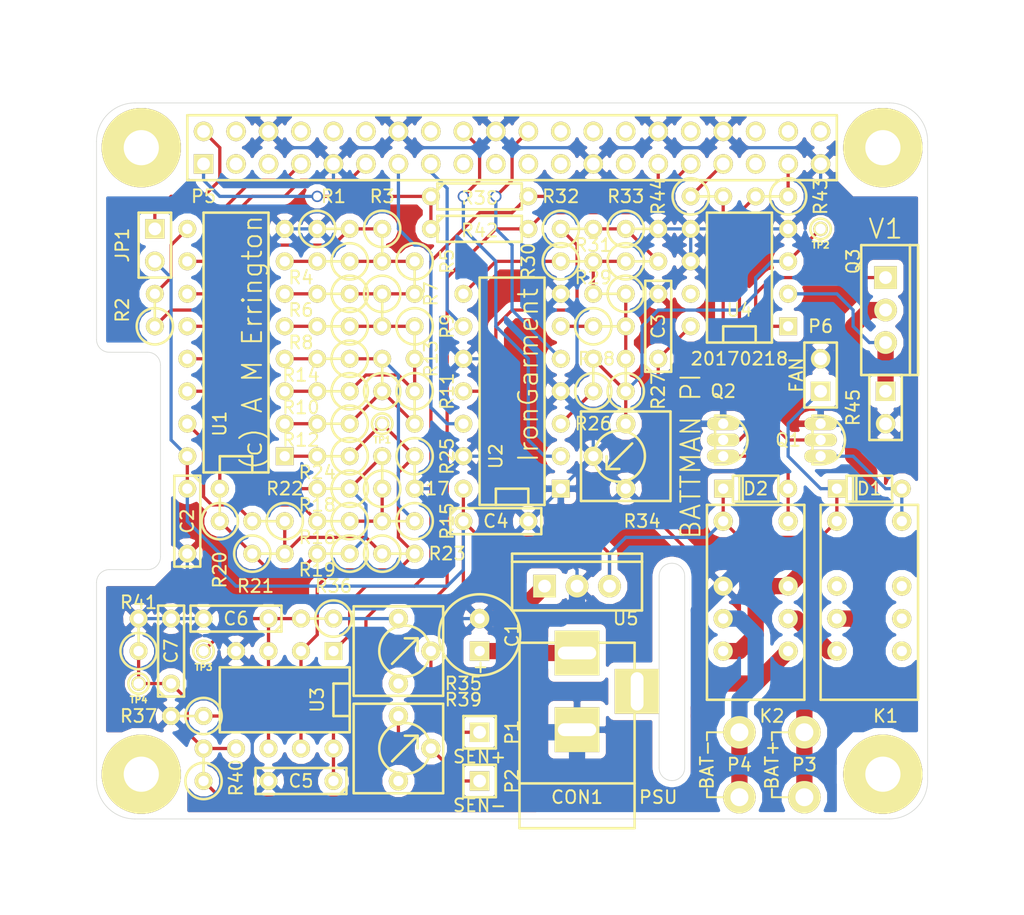
<source format=kicad_pcb>
(kicad_pcb (version 3) (host pcbnew "(2013-dec-23)-stable")
  (title_block (title "BattMan Pi") (comment 1 "Original Design BattMan II by Stefan Voekoetter") (comment 2 "BattMan Pi by Andrew Errington") (comment 3 "January 2017"))
  (layers (15 F.Cu signal) (0 B.Cu signal) (20 B.SilkS user) (21 F.SilkS user) (22 B.Mask user) (23 F.Mask user) (28 Edge.Cuts user))
  (net 0 "")
  (net 1 +24V)
  (net 2 +3.3V)
  (net 3 +5V)
  (net 4 /CNCT)
  (net 5 /D0)
  (net 6 /D1)
  (net 7 /D2)
  (net 8 /D3)
  (net 9 /INCR)
  (net 10 /MODE)
  (net 11 /VDAC)
  (net 12 /VDAC<B+)
  (net 13 /VDAC<B-)
  (net 14 /ZERO)
  (net 15 GND)
  (net 16 N-000001)
  (net 17 N-0000010)
  (net 18 N-0000011)
  (net 19 N-0000012)
  (net 20 N-0000013)
  (net 21 N-0000014)
  (net 22 N-0000015)
  (net 23 N-0000016)
  (net 24 N-0000017)
  (net 25 N-0000018)
  (net 26 N-0000019)
  (net 27 N-000002)
  (net 28 N-0000020)
  (net 29 N-0000021)
  (net 30 N-0000022)
  (net 31 N-0000023)
  (net 32 N-0000024)
  (net 33 N-0000025)
  (net 34 N-0000026)
  (net 35 N-0000027)
  (net 36 N-0000028)
  (net 37 N-0000029)
  (net 38 N-000003)
  (net 39 N-0000030)
  (net 40 N-0000031)
  (net 41 N-0000032)
  (net 42 N-000004)
  (net 43 N-0000067)
  (net 44 N-0000068)
  (net 45 N-000007)
  (net 46 N-0000074)
  (net 47 N-0000075)
  (net 48 N-0000076)
  (net 49 N-0000077)
  (net 50 N-0000078)
  (net 51 N-0000079)
  (net 52 N-000008)
  (net 53 N-0000081)
  (net 54 N-0000082)
  (net 55 N-0000083)
  (net 56 N-0000084)
  (net 57 N-0000085)
  (net 58 N-0000086)
  (net 59 N-0000087)
  (net 60 N-0000088)
  (net 61 N-0000089)
  (net 62 N-000009)
  (net 63 N-0000090)
  (module DIP-14__300 (layer F.Cu) (at 128.27 86.36 90)
    (fp_text reference U2 (at -5.08 -1.27 90) (layer F.SilkS))
    (fp_text value 74HCT125 hide)
    (pad 1 thru_hole rect (at -7.62 3.81 90) (size 1.397 1.397) (drill 0.8) (layers *.Cu *.Mask F.SilkS) (net 15 GND))
    (pad 2 thru_hole circle (at -5.08 3.81 90) (size 1.397 1.397) (drill 0.8) (layers *.Cu *.Mask F.SilkS) (net 8 /D3))
    (pad 3 thru_hole circle (at -2.54 3.81 90) (size 1.397 1.397) (drill 0.8) (layers *.Cu *.Mask F.SilkS) (net 56 N-0000084))
    (pad 4 thru_hole circle (at 0 3.81 90) (size 1.397 1.397) (drill 0.8) (layers *.Cu *.Mask F.SilkS) (net 15 GND))
    (pad 5 thru_hole circle (at 2.54 3.81 90) (size 1.397 1.397) (drill 0.8) (layers *.Cu *.Mask F.SilkS) (net 7 /D2))
    (pad 6 thru_hole circle (at 5.08 3.81 90) (size 1.397 1.397) (drill 0.8) (layers *.Cu *.Mask F.SilkS) (net 57 N-0000085))
    (pad 7 thru_hole circle (at 7.62 3.81 90) (size 1.397 1.397) (drill 0.8) (layers *.Cu *.Mask F.SilkS) (net 15 GND))
    (pad 8 thru_hole circle (at 7.62 -3.81 90) (size 1.397 1.397) (drill 0.8) (layers *.Cu *.Mask F.SilkS) (net 59 N-0000087))
    (pad 9 thru_hole circle (at 5.08 -3.81 90) (size 1.397 1.397) (drill 0.8) (layers *.Cu *.Mask F.SilkS) (net 6 /D1))
    (pad 10 thru_hole circle (at 2.54 -3.81 90) (size 1.397 1.397) (drill 0.8) (layers *.Cu *.Mask F.SilkS) (net 15 GND))
    (pad 11 thru_hole circle (at 0 -3.81 90) (size 1.397 1.397) (drill 0.8) (layers *.Cu *.Mask F.SilkS) (net 61 N-0000089))
    (pad 12 thru_hole circle (at -2.54 -3.81 90) (size 1.397 1.397) (drill 0.8) (layers *.Cu *.Mask F.SilkS) (net 5 /D0))
    (pad 13 thru_hole circle (at -5.08 -3.81 90) (size 1.397 1.397) (drill 0.8) (layers *.Cu *.Mask F.SilkS) (net 15 GND))
    (pad 14 thru_hole circle (at -7.62 -3.81 90) (size 1.397 1.397) (drill 0.8) (layers *.Cu *.Mask F.SilkS) (net 3 +5V))
  )
  (module DIP-16__300 (layer F.Cu) (at 106.68 82.55 90)
    (fp_text reference U1 (at -6.35 -1.27 90) (layer F.SilkS))
    (fp_text value 74HCT4040 hide)
    (pad 1 thru_hole rect (at -8.89 3.81 90) (size 1.397 1.397) (drill 0.8) (layers *.Cu *.Mask F.SilkS) (net 37 N-0000029))
    (pad 2 thru_hole circle (at -6.35 3.81 90) (size 1.397 1.397) (drill 0.8) (layers *.Cu *.Mask F.SilkS) (net 45 N-000007))
    (pad 3 thru_hole circle (at -3.81 3.81 90) (size 1.397 1.397) (drill 0.8) (layers *.Cu *.Mask F.SilkS) (net 18 N-0000011))
    (pad 4 thru_hole circle (at -1.27 3.81 90) (size 1.397 1.397) (drill 0.8) (layers *.Cu *.Mask F.SilkS) (net 19 N-0000012))
    (pad 5 thru_hole circle (at 1.27 3.81 90) (size 1.397 1.397) (drill 0.8) (layers *.Cu *.Mask F.SilkS) (net 17 N-0000010))
    (pad 6 thru_hole circle (at 3.81 3.81 90) (size 1.397 1.397) (drill 0.8) (layers *.Cu *.Mask F.SilkS) (net 62 N-000009))
    (pad 7 thru_hole circle (at 6.35 3.81 90) (size 1.397 1.397) (drill 0.8) (layers *.Cu *.Mask F.SilkS) (net 52 N-000008))
    (pad 8 thru_hole circle (at 8.89 3.81 90) (size 1.397 1.397) (drill 0.8) (layers *.Cu *.Mask F.SilkS) (net 15 GND))
    (pad 9 thru_hole circle (at 8.89 -3.81 90) (size 1.397 1.397) (drill 0.8) (layers *.Cu *.Mask F.SilkS) (net 28 N-0000020))
    (pad 10 thru_hole circle (at 6.35 -3.81 90) (size 1.397 1.397) (drill 0.8) (layers *.Cu *.Mask F.SilkS) (net 9 /INCR))
    (pad 11 thru_hole circle (at 3.81 -3.81 90) (size 1.397 1.397) (drill 0.8) (layers *.Cu *.Mask F.SilkS) (net 14 /ZERO))
    (pad 12 thru_hole circle (at 1.27 -3.81 90) (size 1.397 1.397) (drill 0.8) (layers *.Cu *.Mask F.SilkS) (net 21 N-0000014))
    (pad 13 thru_hole circle (at -1.27 -3.81 90) (size 1.397 1.397) (drill 0.8) (layers *.Cu *.Mask F.SilkS) (net 20 N-0000013))
    (pad 14 thru_hole circle (at -3.81 -3.81 90) (size 1.397 1.397) (drill 0.8) (layers *.Cu *.Mask F.SilkS) (net 35 N-0000027))
    (pad 15 thru_hole circle (at -6.35 -3.81 90) (size 1.397 1.397) (drill 0.8) (layers *.Cu *.Mask F.SilkS) (net 36 N-0000028))
    (pad 16 thru_hole circle (at -8.89 -3.81 90) (size 1.397 1.397) (drill 0.8) (layers *.Cu *.Mask F.SilkS) (net 3 +5V))
  )
  (module R3 (layer F.Cu) (at 125.73 73.66)
    (fp_text reference R42 (at 0 0.127) (layer F.SilkS))
    (fp_text value 4.7k hide)
    (pad 1 thru_hole circle (at -3.81 0) (size 1.397 1.397) (drill 0.8) (layers *.Cu *.Mask F.SilkS) (net 2 +3.3V))
    (pad 2 thru_hole circle (at 3.81 0) (size 1.397 1.397) (drill 0.8) (layers *.Cu *.Mask F.SilkS) (net 13 /VDAC<B-))
  )
  (module R3 (layer F.Cu) (at 125.73 71.12)
    (fp_text reference R38 (at 0 0.127) (layer F.SilkS))
    (fp_text value 4.7k hide)
    (pad 1 thru_hole circle (at -3.81 0) (size 1.397 1.397) (drill 0.8) (layers *.Cu *.Mask F.SilkS) (net 2 +3.3V))
    (pad 2 thru_hole circle (at 3.81 0) (size 1.397 1.397) (drill 0.8) (layers *.Cu *.Mask F.SilkS) (net 12 /VDAC<B+))
  )
  (module PIN_ARRAY_1 (layer F.Cu) (at 125.73 116.84 180)
    (fp_text reference P2 (at -2.54 0 270) (layer F.SilkS))
    (fp_text value SEN- (at 0 -1.905 180) (layer F.SilkS))
    (pad 1 thru_hole rect (at 0 0 180) (size 1.524 1.524) (drill 1.0) (layers *.Cu *.Mask F.SilkS) (net 27 N-000002))
  )
  (module PIN_ARRAY_1 (layer F.Cu) (at 125.73 113.03 180)
    (fp_text reference P1 (at -2.54 0 270) (layer F.SilkS))
    (fp_text value SEN+ (at 0 -1.905 180) (layer F.SilkS))
    (pad 1 thru_hole rect (at 0 0 180) (size 1.524 1.524) (drill 1.0) (layers *.Cu *.Mask F.SilkS) (net 42 N-000004))
  )
  (module DIP-8__300 (layer F.Cu) (at 110.49 110.49 180)
    (fp_text reference U3 (at -2.54 0 270) (layer F.SilkS))
    (fp_text value LM393 hide)
    (pad 1 thru_hole rect (at -3.81 3.81 180) (size 1.397 1.397) (drill 0.8) (layers *.Cu *.Mask F.SilkS) (net 12 /VDAC<B+))
    (pad 2 thru_hole circle (at -1.27 3.81 180) (size 1.397 1.397) (drill 0.8) (layers *.Cu *.Mask F.SilkS) (net 11 /VDAC))
    (pad 3 thru_hole circle (at 1.27 3.81 180) (size 1.397 1.397) (drill 0.8) (layers *.Cu *.Mask F.SilkS) (net 39 N-0000030))
    (pad 4 thru_hole circle (at 3.81 3.81 180) (size 1.397 1.397) (drill 0.8) (layers *.Cu *.Mask F.SilkS) (net 15 GND))
    (pad 5 thru_hole circle (at 3.81 -3.81 180) (size 1.397 1.397) (drill 0.8) (layers *.Cu *.Mask F.SilkS) (net 44 N-0000068))
    (pad 6 thru_hole circle (at 1.27 -3.81 180) (size 1.397 1.397) (drill 0.8) (layers *.Cu *.Mask F.SilkS) (net 11 /VDAC))
    (pad 7 thru_hole circle (at -1.27 -3.81 180) (size 1.397 1.397) (drill 0.8) (layers *.Cu *.Mask F.SilkS) (net 13 /VDAC<B-))
    (pad 8 thru_hole circle (at -3.81 -3.81 180) (size 1.397 1.397) (drill 0.8) (layers *.Cu *.Mask F.SilkS) (net 3 +5V))
  )
  (module DIP-8__300 (layer F.Cu) (at 146.05 77.47 90)
    (fp_text reference U4 (at -2.54 0 180) (layer F.SilkS))
    (fp_text value LM358 hide)
    (pad 1 thru_hole rect (at -3.81 3.81 90) (size 1.397 1.397) (drill 0.8) (layers *.Cu *.Mask F.SilkS) (net 54 N-0000082))
    (pad 2 thru_hole circle (at -1.27 3.81 90) (size 1.397 1.397) (drill 0.8) (layers *.Cu *.Mask F.SilkS) (net 53 N-0000081))
    (pad 3 thru_hole circle (at 1.27 3.81 90) (size 1.397 1.397) (drill 0.8) (layers *.Cu *.Mask F.SilkS) (net 51 N-0000079))
    (pad 4 thru_hole circle (at 3.81 3.81 90) (size 1.397 1.397) (drill 0.8) (layers *.Cu *.Mask F.SilkS) (net 15 GND))
    (pad 5 thru_hole circle (at 3.81 -3.81 90) (size 1.397 1.397) (drill 0.8) (layers *.Cu *.Mask F.SilkS) (net 15 GND))
    (pad 6 thru_hole circle (at 1.27 -3.81 90) (size 1.397 1.397) (drill 0.8) (layers *.Cu *.Mask F.SilkS) (net 15 GND))
    (pad 7 thru_hole circle (at -1.27 -3.81 90) (size 1.397 1.397) (drill 0.8) (layers *.Cu *.Mask F.SilkS))
    (pad 8 thru_hole circle (at -3.81 -3.81 90) (size 1.397 1.397) (drill 0.8) (layers *.Cu *.Mask F.SilkS) (net 1 +24V))
  )
  (module C2 (layer F.Cu) (at 106.68 104.14 180)
    (fp_text reference C6 (at 0 0 180) (layer F.SilkS) (effects (font (size 1.016 1.016))))
    (fp_text value 0.1u hide)
    (pad 1 thru_hole circle (at -2.54 0 180) (size 1.397 1.397) (drill 0.8) (layers *.Cu *.Mask F.SilkS) (net 39 N-0000030))
    (pad 2 thru_hole circle (at 2.54 0 180) (size 1.397 1.397) (drill 0.8) (layers *.Cu *.Mask F.SilkS) (net 15 GND))
  )
  (module C2 (layer F.Cu) (at 101.6 106.68 90)
    (fp_text reference C7 (at 0 0 90) (layer F.SilkS))
    (fp_text value 0.1u hide)
    (pad 1 thru_hole circle (at -2.54 0 90) (size 1.397 1.397) (drill 0.8) (layers *.Cu *.Mask F.SilkS) (net 44 N-0000068))
    (pad 2 thru_hole circle (at 2.54 0 90) (size 1.397 1.397) (drill 0.8) (layers *.Cu *.Mask F.SilkS) (net 15 GND))
  )
  (module C2 (layer F.Cu) (at 139.7 81.28 90)
    (fp_text reference C3 (at 0 0 90) (layer F.SilkS))
    (fp_text value 0.1u hide)
    (pad 1 thru_hole circle (at -2.54 0 90) (size 1.397 1.397) (drill 0.8) (layers *.Cu *.Mask F.SilkS) (net 1 +24V))
    (pad 2 thru_hole circle (at 2.54 0 90) (size 1.397 1.397) (drill 0.8) (layers *.Cu *.Mask F.SilkS) (net 15 GND))
  )
  (module C2 (layer F.Cu) (at 127 96.52)
    (fp_text reference C4 (at 0 0) (layer F.SilkS) (effects (font (size 1.016 1.016))))
    (fp_text value 0.1u hide)
    (pad 1 thru_hole circle (at -2.54 0) (size 1.397 1.397) (drill 0.8) (layers *.Cu *.Mask F.SilkS) (net 3 +5V))
    (pad 2 thru_hole circle (at 2.54 0) (size 1.397 1.397) (drill 0.8) (layers *.Cu *.Mask F.SilkS) (net 15 GND))
  )
  (module C2 (layer F.Cu) (at 102.87 96.52 270)
    (fp_text reference C2 (at 0 0 270) (layer F.SilkS))
    (fp_text value 0.1u hide)
    (pad 1 thru_hole circle (at -2.54 0 270) (size 1.397 1.397) (drill 0.8) (layers *.Cu *.Mask F.SilkS) (net 3 +5V))
    (pad 2 thru_hole circle (at 2.54 0 270) (size 1.397 1.397) (drill 0.8) (layers *.Cu *.Mask F.SilkS) (net 15 GND))
  )
  (module C1V7 (layer F.Cu) (at 125.73 105.41 90)
    (fp_text reference C1 (at 0 2.54 90) (layer F.SilkS))
    (fp_text value 10u hide)
    (fp_text user + (at -2.54 0 90) (layer F.SilkS))
    (pad 1 thru_hole rect (at -1.27 0 90) (size 1.524 1.524) (drill 0.8) (layers *.Cu *.Mask F.SilkS) (net 1 +24V))
    (pad 2 thru_hole circle (at 1.27 0 90) (size 1.524 1.524) (drill 0.8) (layers *.Cu *.Mask F.SilkS) (net 15 GND))
  )
  (module R1 (layer F.Cu) (at 119.38 96.52 180)
    (fp_text reference R15 (at -3.81 0 270) (layer F.SilkS))
    (fp_text value 10k hide)
    (pad 1 thru_hole circle (at -1.27 0 180) (size 1.397 1.397) (drill 0.8) (layers *.Cu *.Mask F.SilkS) (net 46 N-0000074))
    (pad 2 thru_hole circle (at 1.27 0 180) (size 1.397 1.397) (drill 0.8) (layers *.Cu *.Mask F.SilkS) (net 50 N-0000078))
  )
  (module R1 (layer F.Cu) (at 114.3 99.06 180)
    (fp_text reference R19 (at 1.27 -1.27 180) (layer F.SilkS))
    (fp_text value 10k hide)
    (pad 1 thru_hole circle (at -1.27 0 180) (size 1.397 1.397) (drill 0.8) (layers *.Cu *.Mask F.SilkS) (net 48 N-0000076))
    (pad 2 thru_hole circle (at 1.27 0 180) (size 1.397 1.397) (drill 0.8) (layers *.Cu *.Mask F.SilkS) (net 63 N-0000090))
  )
  (module R1 (layer F.Cu) (at 119.38 99.06)
    (fp_text reference R23 (at 3.81 0) (layer F.SilkS))
    (fp_text value 10k hide)
    (pad 1 thru_hole circle (at -1.27 0) (size 1.397 1.397) (drill 0.8) (layers *.Cu *.Mask F.SilkS) (net 49 N-0000077))
    (pad 2 thru_hole circle (at 1.27 0) (size 1.397 1.397) (drill 0.8) (layers *.Cu *.Mask F.SilkS) (net 11 /VDAC))
  )
  (module R1 (layer F.Cu) (at 118.11 92.71 90)
    (fp_text reference R17 (at -1.27 3.81 180) (layer F.SilkS))
    (fp_text value 10k hide)
    (pad 1 thru_hole circle (at -1.27 0 90) (size 1.397 1.397) (drill 0.8) (layers *.Cu *.Mask F.SilkS) (net 50 N-0000078))
    (pad 2 thru_hole circle (at 1.27 0 90) (size 1.397 1.397) (drill 0.8) (layers *.Cu *.Mask F.SilkS) (net 48 N-0000076))
  )
  (module R1 (layer F.Cu) (at 118.11 74.93 270)
    (fp_text reference R3 (at -3.81 0 360) (layer F.SilkS))
    (fp_text value 10k hide)
    (pad 1 thru_hole circle (at -1.27 0 270) (size 1.397 1.397) (drill 0.8) (layers *.Cu *.Mask F.SilkS) (net 26 N-0000019))
    (pad 2 thru_hole circle (at 1.27 0 270) (size 1.397 1.397) (drill 0.8) (layers *.Cu *.Mask F.SilkS) (net 25 N-0000018))
  )
  (module R1 (layer F.Cu) (at 118.11 80.01 270)
    (fp_text reference R7 (at -1.27 -3.81 270) (layer F.SilkS))
    (fp_text value 10k hide)
    (pad 1 thru_hole circle (at -1.27 0 270) (size 1.397 1.397) (drill 0.8) (layers *.Cu *.Mask F.SilkS) (net 24 N-0000017))
    (pad 2 thru_hole circle (at 1.27 0 270) (size 1.397 1.397) (drill 0.8) (layers *.Cu *.Mask F.SilkS) (net 23 N-0000016))
  )
  (module R1 (layer F.Cu) (at 120.65 87.63 270)
    (fp_text reference R11 (at -1.27 -2.54 270) (layer F.SilkS))
    (fp_text value 10k hide)
    (pad 1 thru_hole circle (at -1.27 0 270) (size 1.397 1.397) (drill 0.8) (layers *.Cu *.Mask F.SilkS) (net 22 N-0000015))
    (pad 2 thru_hole circle (at 1.27 0 270) (size 1.397 1.397) (drill 0.8) (layers *.Cu *.Mask F.SilkS) (net 47 N-0000075))
  )
  (module R1 (layer F.Cu) (at 120.65 82.55 270)
    (fp_text reference R9 (at -1.27 -2.54 270) (layer F.SilkS))
    (fp_text value 10k hide)
    (pad 1 thru_hole circle (at -1.27 0 270) (size 1.397 1.397) (drill 0.8) (layers *.Cu *.Mask F.SilkS) (net 23 N-0000016))
    (pad 2 thru_hole circle (at 1.27 0 270) (size 1.397 1.397) (drill 0.8) (layers *.Cu *.Mask F.SilkS) (net 22 N-0000015))
  )
  (module R1 (layer F.Cu) (at 109.22 99.06)
    (fp_text reference R21 (at -1.016 2.54) (layer F.SilkS))
    (fp_text value 10k hide)
    (pad 1 thru_hole circle (at -1.27 0) (size 1.397 1.397) (drill 0.8) (layers *.Cu *.Mask F.SilkS) (net 63 N-0000090))
    (pad 2 thru_hole circle (at 1.27 0) (size 1.397 1.397) (drill 0.8) (layers *.Cu *.Mask F.SilkS) (net 49 N-0000077))
  )
  (module R1 (layer F.Cu) (at 120.65 77.47 270)
    (fp_text reference R5 (at -1.27 -2.54 270) (layer F.SilkS))
    (fp_text value 10k hide)
    (pad 1 thru_hole circle (at -1.27 0 270) (size 1.397 1.397) (drill 0.8) (layers *.Cu *.Mask F.SilkS) (net 25 N-0000018))
    (pad 2 thru_hole circle (at 1.27 0 270) (size 1.397 1.397) (drill 0.8) (layers *.Cu *.Mask F.SilkS) (net 24 N-0000017))
  )
  (module R1 (layer F.Cu) (at 118.11 85.09 90)
    (fp_text reference R13 (at 1.27 3.81 90) (layer F.SilkS))
    (fp_text value 10k hide)
    (pad 1 thru_hole circle (at -1.27 0 90) (size 1.397 1.397) (drill 0.8) (layers *.Cu *.Mask F.SilkS) (net 47 N-0000075))
    (pad 2 thru_hole circle (at 1.27 0 90) (size 1.397 1.397) (drill 0.8) (layers *.Cu *.Mask F.SilkS) (net 46 N-0000074))
  )
  (module C2 (layer F.Cu) (at 111.76 116.84 180)
    (fp_text reference C5 (at 0 0 180) (layer F.SilkS))
    (fp_text value 0.1u hide)
    (pad 1 thru_hole circle (at -2.54 0 180) (size 1.397 1.397) (drill 0.8) (layers *.Cu *.Mask F.SilkS) (net 3 +5V))
    (pad 2 thru_hole circle (at 2.54 0 180) (size 1.397 1.397) (drill 0.8) (layers *.Cu *.Mask F.SilkS) (net 15 GND))
  )
  (module R1 (layer F.Cu) (at 134.62 85.09 90)
    (fp_text reference R26 (at -3.81 0 180) (layer F.SilkS))
    (fp_text value 20k hide)
    (pad 1 thru_hole circle (at -1.27 0 90) (size 1.397 1.397) (drill 0.8) (layers *.Cu *.Mask F.SilkS) (net 56 N-0000084))
    (pad 2 thru_hole circle (at 1.27 0 90) (size 1.397 1.397) (drill 0.8) (layers *.Cu *.Mask F.SilkS) (net 51 N-0000079))
  )
  (module R1 (layer F.Cu) (at 137.16 85.09 90)
    (fp_text reference R27 (at -1.27 2.54 90) (layer F.SilkS))
    (fp_text value 10k hide)
    (pad 1 thru_hole circle (at -1.27 0 90) (size 1.397 1.397) (drill 0.8) (layers *.Cu *.Mask F.SilkS) (net 51 N-0000079))
    (pad 2 thru_hole circle (at 1.27 0 90) (size 1.397 1.397) (drill 0.8) (layers *.Cu *.Mask F.SilkS) (net 58 N-0000086))
  )
  (module R1 (layer F.Cu) (at 135.89 78.74 180)
    (fp_text reference R29 (at 1.27 1.27 180) (layer F.SilkS))
    (fp_text value 10k hide)
    (pad 1 thru_hole circle (at -1.27 0 180) (size 1.397 1.397) (drill 0.8) (layers *.Cu *.Mask F.SilkS) (net 58 N-0000086))
    (pad 2 thru_hole circle (at 1.27 0 180) (size 1.397 1.397) (drill 0.8) (layers *.Cu *.Mask F.SilkS) (net 60 N-0000088))
  )
  (module R1 (layer F.Cu) (at 138.43 76.2)
    (fp_text reference R31 (at -3.81 -1.27) (layer F.SilkS))
    (fp_text value 10k hide)
    (pad 1 thru_hole circle (at -1.27 0) (size 1.397 1.397) (drill 0.8) (layers *.Cu *.Mask F.SilkS) (net 60 N-0000088))
    (pad 2 thru_hole circle (at 1.27 0) (size 1.397 1.397) (drill 0.8) (layers *.Cu *.Mask F.SilkS) (net 55 N-0000083))
  )
  (module RELAY_FORMC (layer F.Cu) (at 147.32 102.87 270)
    (fp_text reference K2 (at 8.89 -1.27 360) (layer F.SilkS))
    (fp_text value TX2-5V hide)
    (pad 3 thru_hole circle (at -1.27 2.54 270) (size 1.5 1.5) (drill 0.8) (layers *.Cu *.Mask F.SilkS) (net 15 GND))
    (pad 4 thru_hole circle (at 1.27 2.54 270) (size 1.5 1.5) (drill 0.8) (layers *.Cu *.Mask F.SilkS) (net 30 N-0000022))
    (pad 5 thru_hole circle (at 3.81 2.54 270) (size 1.5 1.5) (drill 0.8) (layers *.Cu *.Mask F.SilkS) (net 41 N-0000032))
    (pad 1 thru_hole circle (at -6.35 2.54 270) (size 1.5 1.5) (drill 0.8) (layers *.Cu *.Mask F.SilkS) (net 3 +5V))
    (pad 8 thru_hole circle (at 3.81 -2.54 270) (size 1.5 1.5) (drill 0.8) (layers *.Cu *.Mask F.SilkS) (net 1 +24V))
    (pad 9 thru_hole circle (at 1.27 -2.54 270) (size 1.5 1.5) (drill 0.8) (layers *.Cu *.Mask F.SilkS) (net 33 N-0000025))
    (pad 10 thru_hole circle (at -1.27 -2.54 270) (size 1.5 1.5) (drill 0.8) (layers *.Cu *.Mask F.SilkS) (net 41 N-0000032))
    (pad 12 thru_hole circle (at -6.35 -2.54 270) (size 1.5 1.5) (drill 0.8) (layers *.Cu *.Mask F.SilkS) (net 40 N-0000031))
  )
  (module RELAY_FORMC (layer F.Cu) (at 156.21 102.87 270)
    (fp_text reference K1 (at 8.89 -1.27 360) (layer F.SilkS))
    (fp_text value TX2-5V hide)
    (pad 3 thru_hole circle (at -1.27 2.54 270) (size 1.5 1.5) (drill 0.8) (layers *.Cu *.Mask F.SilkS))
    (pad 4 thru_hole circle (at 1.27 2.54 270) (size 1.5 1.5) (drill 0.8) (layers *.Cu *.Mask F.SilkS) (net 32 N-0000024))
    (pad 5 thru_hole circle (at 3.81 2.54 270) (size 1.5 1.5) (drill 0.8) (layers *.Cu *.Mask F.SilkS) (net 33 N-0000025))
    (pad 1 thru_hole circle (at -6.35 2.54 270) (size 1.5 1.5) (drill 0.8) (layers *.Cu *.Mask F.SilkS) (net 3 +5V))
    (pad 8 thru_hole circle (at 3.81 -2.54 270) (size 1.5 1.5) (drill 0.8) (layers *.Cu *.Mask F.SilkS))
    (pad 9 thru_hole circle (at 1.27 -2.54 270) (size 1.5 1.5) (drill 0.8) (layers *.Cu *.Mask F.SilkS))
    (pad 10 thru_hole circle (at -1.27 -2.54 270) (size 1.5 1.5) (drill 0.8) (layers *.Cu *.Mask F.SilkS))
    (pad 12 thru_hole circle (at -6.35 -2.54 270) (size 1.5 1.5) (drill 0.8) (layers *.Cu *.Mask F.SilkS) (net 29 N-0000021))
  )
  (module PIN_ARRAY_2X1 (layer F.Cu) (at 100.33 74.93 270)
    (fp_text reference JP1 (at 0 2.54 270) (layer F.SilkS))
    (fp_text value "5V link" hide)
    (pad 1 thru_hole rect (at -1.27 0 270) (size 1.524 1.524) (drill 1.0) (layers *.Cu *.Mask F.SilkS) (net 43 N-0000067))
    (pad 2 thru_hole circle (at 1.27 0 270) (size 1.524 1.524) (drill 1.0) (layers *.Cu *.Mask F.SilkS) (net 3 +5V))
  )
  (module PIN_ARRAY_2X1 (layer F.Cu) (at 152.4 85.09 90)
    (fp_text reference P6 (at 3.81 0 180) (layer F.SilkS))
    (fp_text value FAN (at 0 -1.905 90) (layer F.SilkS))
    (pad 1 thru_hole rect (at -1.27 0 90) (size 1.524 1.524) (drill 1.0) (layers *.Cu *.Mask F.SilkS) (net 3 +5V))
    (pad 2 thru_hole circle (at 1.27 0 90) (size 1.524 1.524) (drill 1.0) (layers *.Cu *.Mask F.SilkS) (net 15 GND))
  )
  (module PIN_ARRAY_20X2 (layer F.Cu) (at 128.27 67.31)
    (fp_text reference P5 (at -24.13 3.81) (layer F.SilkS))
    (fp_text value "Raspberry Pi" hide)
    (pad 1 thru_hole rect (at -24.13 1.27) (size 1.524 1.524) (drill 1.0) (layers *.Cu *.Mask F.SilkS) (net 2 +3.3V))
    (pad 2 thru_hole circle (at -24.13 -1.27) (size 1.524 1.524) (drill 1.0) (layers *.Cu *.Mask F.SilkS) (net 43 N-0000067))
    (pad 11 thru_hole circle (at -11.43 1.27) (size 1.524 1.524) (drill 1.0) (layers *.Cu *.Mask F.SilkS) (net 14 /ZERO))
    (pad 4 thru_hole circle (at -21.59 -1.27) (size 1.524 1.524) (drill 1.0) (layers *.Cu *.Mask F.SilkS))
    (pad 13 thru_hole circle (at -8.89 1.27) (size 1.524 1.524) (drill 1.0) (layers *.Cu *.Mask F.SilkS) (net 5 /D0))
    (pad 6 thru_hole circle (at -19.05 -1.27) (size 1.524 1.524) (drill 1.0) (layers *.Cu *.Mask F.SilkS) (net 15 GND))
    (pad 15 thru_hole circle (at -6.35 1.27) (size 1.524 1.524) (drill 1.0) (layers *.Cu *.Mask F.SilkS) (net 6 /D1))
    (pad 8 thru_hole circle (at -16.51 -1.27) (size 1.524 1.524) (drill 1.0) (layers *.Cu *.Mask F.SilkS))
    (pad 17 thru_hole circle (at -3.81 1.27) (size 1.524 1.524) (drill 1.0) (layers *.Cu *.Mask F.SilkS))
    (pad 10 thru_hole circle (at -13.97 -1.27) (size 1.524 1.524) (drill 1.0) (layers *.Cu *.Mask F.SilkS))
    (pad 19 thru_hole circle (at -1.27 1.27) (size 1.524 1.524) (drill 1.0) (layers *.Cu *.Mask F.SilkS))
    (pad 12 thru_hole circle (at -11.43 -1.27) (size 1.524 1.524) (drill 1.0) (layers *.Cu *.Mask F.SilkS))
    (pad 21 thru_hole circle (at 1.27 1.27) (size 1.524 1.524) (drill 1.0) (layers *.Cu *.Mask F.SilkS))
    (pad 14 thru_hole circle (at -8.89 -1.27) (size 1.524 1.524) (drill 1.0) (layers *.Cu *.Mask F.SilkS) (net 15 GND))
    (pad 23 thru_hole circle (at 3.81 1.27) (size 1.524 1.524) (drill 1.0) (layers *.Cu *.Mask F.SilkS))
    (pad 16 thru_hole circle (at -6.35 -1.27) (size 1.524 1.524) (drill 1.0) (layers *.Cu *.Mask F.SilkS))
    (pad 25 thru_hole circle (at 6.35 1.27) (size 1.524 1.524) (drill 1.0) (layers *.Cu *.Mask F.SilkS) (net 15 GND))
    (pad 18 thru_hole circle (at -3.81 -1.27) (size 1.524 1.524) (drill 1.0) (layers *.Cu *.Mask F.SilkS) (net 8 /D3))
    (pad 27 thru_hole circle (at 8.89 1.27) (size 1.524 1.524) (drill 1.0) (layers *.Cu *.Mask F.SilkS))
    (pad 20 thru_hole circle (at -1.27 -1.27) (size 1.524 1.524) (drill 1.0) (layers *.Cu *.Mask F.SilkS) (net 15 GND))
    (pad 29 thru_hole circle (at 11.43 1.27) (size 1.524 1.524) (drill 1.0) (layers *.Cu *.Mask F.SilkS) (net 12 /VDAC<B+))
    (pad 22 thru_hole circle (at 1.27 -1.27) (size 1.524 1.524) (drill 1.0) (layers *.Cu *.Mask F.SilkS) (net 7 /D2))
    (pad 31 thru_hole circle (at 13.97 1.27) (size 1.524 1.524) (drill 1.0) (layers *.Cu *.Mask F.SilkS) (net 13 /VDAC<B-))
    (pad 24 thru_hole circle (at 3.81 -1.27) (size 1.524 1.524) (drill 1.0) (layers *.Cu *.Mask F.SilkS))
    (pad 26 thru_hole circle (at 6.35 -1.27) (size 1.524 1.524) (drill 1.0) (layers *.Cu *.Mask F.SilkS))
    (pad 33 thru_hole circle (at 16.51 1.27) (size 1.524 1.524) (drill 1.0) (layers *.Cu *.Mask F.SilkS) (net 10 /MODE))
    (pad 28 thru_hole circle (at 8.89 -1.27) (size 1.524 1.524) (drill 1.0) (layers *.Cu *.Mask F.SilkS))
    (pad 32 thru_hole circle (at 13.97 -1.27) (size 1.524 1.524) (drill 1.0) (layers *.Cu *.Mask F.SilkS))
    (pad 34 thru_hole circle (at 16.51 -1.27) (size 1.524 1.524) (drill 1.0) (layers *.Cu *.Mask F.SilkS) (net 15 GND))
    (pad 36 thru_hole circle (at 19.05 -1.27) (size 1.524 1.524) (drill 1.0) (layers *.Cu *.Mask F.SilkS))
    (pad 38 thru_hole circle (at 21.59 -1.27) (size 1.524 1.524) (drill 1.0) (layers *.Cu *.Mask F.SilkS))
    (pad 35 thru_hole circle (at 19.05 1.27) (size 1.524 1.524) (drill 1.0) (layers *.Cu *.Mask F.SilkS))
    (pad 37 thru_hole circle (at 21.59 1.27) (size 1.524 1.524) (drill 1.0) (layers *.Cu *.Mask F.SilkS) (net 4 /CNCT))
    (pad 3 thru_hole circle (at -21.59 1.27) (size 1.524 1.524) (drill 1.0) (layers *.Cu *.Mask F.SilkS))
    (pad 5 thru_hole circle (at -19.05 1.27) (size 1.524 1.524) (drill 1.0) (layers *.Cu *.Mask F.SilkS))
    (pad 7 thru_hole circle (at -16.51 1.27) (size 1.524 1.524) (drill 1.0) (layers *.Cu *.Mask F.SilkS) (net 9 /INCR))
    (pad 9 thru_hole circle (at -13.97 1.27) (size 1.524 1.524) (drill 1.0) (layers *.Cu *.Mask F.SilkS) (net 15 GND))
    (pad 39 thru_hole circle (at 24.13 1.27) (size 1.524 1.524) (drill 1.0) (layers *.Cu *.Mask F.SilkS) (net 15 GND))
    (pad 40 thru_hole circle (at 24.13 -1.27) (size 1.524 1.524) (drill 1.0) (layers *.Cu *.Mask F.SilkS))
    (pad 30 thru_hole circle (at 11.43 -1.27) (size 1.524 1.524) (drill 1.0) (layers *.Cu *.Mask F.SilkS) (net 15 GND))
  )
  (module R1 (layer F.Cu) (at 99.06 105.41 90)
    (fp_text reference R41 (at 2.54 0 180) (layer F.SilkS))
    (fp_text value 20k hide)
    (pad 1 thru_hole circle (at -1.27 0 90) (size 1.397 1.397) (drill 0.8) (layers *.Cu *.Mask F.SilkS) (net 44 N-0000068))
    (pad 2 thru_hole circle (at 1.27 0 90) (size 1.397 1.397) (drill 0.8) (layers *.Cu *.Mask F.SilkS) (net 15 GND))
  )
  (module R1 (layer F.Cu) (at 102.87 111.76 180)
    (fp_text reference R37 (at 3.81 0 180) (layer F.SilkS))
    (fp_text value 20k hide)
    (pad 1 thru_hole circle (at -1.27 0 180) (size 1.397 1.397) (drill 0.8) (layers *.Cu *.Mask F.SilkS) (net 39 N-0000030))
    (pad 2 thru_hole circle (at 1.27 0 180) (size 1.397 1.397) (drill 0.8) (layers *.Cu *.Mask F.SilkS) (net 15 GND))
  )
  (module R1 (layer F.Cu) (at 114.3 76.2 180)
    (fp_text reference R4 (at 2.54 -1.27 180) (layer F.SilkS))
    (fp_text value 20k hide)
    (pad 1 thru_hole circle (at -1.27 0 180) (size 1.397 1.397) (drill 0.8) (layers *.Cu *.Mask F.SilkS) (net 25 N-0000018))
    (pad 2 thru_hole circle (at 1.27 0 180) (size 1.397 1.397) (drill 0.8) (layers *.Cu *.Mask F.SilkS) (net 52 N-000008))
  )
  (module R1 (layer F.Cu) (at 114.3 83.82 180)
    (fp_text reference R14 (at 2.54 -1.27 180) (layer F.SilkS))
    (fp_text value 20k hide)
    (pad 1 thru_hole circle (at -1.27 0 180) (size 1.397 1.397) (drill 0.8) (layers *.Cu *.Mask F.SilkS) (net 46 N-0000074))
    (pad 2 thru_hole circle (at 1.27 0 180) (size 1.397 1.397) (drill 0.8) (layers *.Cu *.Mask F.SilkS) (net 19 N-0000012))
  )
  (module R1 (layer F.Cu) (at 114.3 81.28 180)
    (fp_text reference R8 (at 2.54 -1.27 180) (layer F.SilkS))
    (fp_text value 20k hide)
    (pad 1 thru_hole circle (at -1.27 0 180) (size 1.397 1.397) (drill 0.8) (layers *.Cu *.Mask F.SilkS) (net 23 N-0000016))
    (pad 2 thru_hole circle (at 1.27 0 180) (size 1.397 1.397) (drill 0.8) (layers *.Cu *.Mask F.SilkS) (net 17 N-0000010))
  )
  (module R1 (layer F.Cu) (at 114.3 88.9 180)
    (fp_text reference R12 (at 2.54 -1.27 180) (layer F.SilkS))
    (fp_text value 20k hide)
    (pad 1 thru_hole circle (at -1.27 0 180) (size 1.397 1.397) (drill 0.8) (layers *.Cu *.Mask F.SilkS) (net 47 N-0000075))
    (pad 2 thru_hole circle (at 1.27 0 180) (size 1.397 1.397) (drill 0.8) (layers *.Cu *.Mask F.SilkS) (net 45 N-000007))
  )
  (module R1 (layer F.Cu) (at 120.65 92.71 270)
    (fp_text reference R25 (at -1.27 -2.54 270) (layer F.SilkS))
    (fp_text value 15k hide)
    (pad 1 thru_hole circle (at -1.27 0 270) (size 1.397 1.397) (drill 0.8) (layers *.Cu *.Mask F.SilkS) (net 11 /VDAC))
    (pad 2 thru_hole circle (at 1.27 0 270) (size 1.397 1.397) (drill 0.8) (layers *.Cu *.Mask F.SilkS) (net 15 GND))
  )
  (module R1 (layer F.Cu) (at 114.3 93.98 180)
    (fp_text reference R18 (at 1.27 -1.27 180) (layer F.SilkS))
    (fp_text value 20k hide)
    (pad 1 thru_hole circle (at -1.27 0 180) (size 1.397 1.397) (drill 0.8) (layers *.Cu *.Mask F.SilkS) (net 48 N-0000076))
    (pad 2 thru_hole circle (at 1.27 0 180) (size 1.397 1.397) (drill 0.8) (layers *.Cu *.Mask F.SilkS) (net 21 N-0000014))
  )
  (module R1 (layer F.Cu) (at 105.41 95.25 90)
    (fp_text reference R20 (at -5.08 0 90) (layer F.SilkS))
    (fp_text value 20k hide)
    (pad 1 thru_hole circle (at -1.27 0 90) (size 1.397 1.397) (drill 0.8) (layers *.Cu *.Mask F.SilkS) (net 63 N-0000090))
    (pad 2 thru_hole circle (at 1.27 0 90) (size 1.397 1.397) (drill 0.8) (layers *.Cu *.Mask F.SilkS) (net 35 N-0000027))
  )
  (module R1 (layer F.Cu) (at 109.22 96.52 180)
    (fp_text reference R22 (at -1.27 2.54 180) (layer F.SilkS))
    (fp_text value 20k hide)
    (pad 1 thru_hole circle (at -1.27 0 180) (size 1.397 1.397) (drill 0.8) (layers *.Cu *.Mask F.SilkS) (net 49 N-0000077))
    (pad 2 thru_hole circle (at 1.27 0 180) (size 1.397 1.397) (drill 0.8) (layers *.Cu *.Mask F.SilkS) (net 36 N-0000028))
  )
  (module R1 (layer F.Cu) (at 114.3 96.52 180)
    (fp_text reference R16 (at 1.27 -1.27 180) (layer F.SilkS))
    (fp_text value 20k hide)
    (pad 1 thru_hole circle (at -1.27 0 180) (size 1.397 1.397) (drill 0.8) (layers *.Cu *.Mask F.SilkS) (net 50 N-0000078))
    (pad 2 thru_hole circle (at 1.27 0 180) (size 1.397 1.397) (drill 0.8) (layers *.Cu *.Mask F.SilkS) (net 20 N-0000013))
  )
  (module R1 (layer F.Cu) (at 114.3 91.44 180)
    (fp_text reference R24 (at 1.27 -1.27 180) (layer F.SilkS))
    (fp_text value 20k hide)
    (pad 1 thru_hole circle (at -1.27 0 180) (size 1.397 1.397) (drill 0.8) (layers *.Cu *.Mask F.SilkS) (net 11 /VDAC))
    (pad 2 thru_hole circle (at 1.27 0 180) (size 1.397 1.397) (drill 0.8) (layers *.Cu *.Mask F.SilkS) (net 37 N-0000029))
  )
  (module R1 (layer F.Cu) (at 114.3 78.74 180)
    (fp_text reference R6 (at 2.54 -1.27 180) (layer F.SilkS))
    (fp_text value 20k hide)
    (pad 1 thru_hole circle (at -1.27 0 180) (size 1.397 1.397) (drill 0.8) (layers *.Cu *.Mask F.SilkS) (net 24 N-0000017))
    (pad 2 thru_hole circle (at 1.27 0 180) (size 1.397 1.397) (drill 0.8) (layers *.Cu *.Mask F.SilkS) (net 62 N-000009))
  )
  (module R1 (layer F.Cu) (at 114.3 86.36 180)
    (fp_text reference R10 (at 2.54 -1.27 180) (layer F.SilkS))
    (fp_text value 20k hide)
    (pad 1 thru_hole circle (at -1.27 0 180) (size 1.397 1.397) (drill 0.8) (layers *.Cu *.Mask F.SilkS) (net 22 N-0000015))
    (pad 2 thru_hole circle (at 1.27 0 180) (size 1.397 1.397) (drill 0.8) (layers *.Cu *.Mask F.SilkS) (net 18 N-0000011))
  )
  (module R1 (layer F.Cu) (at 114.3 73.66)
    (fp_text reference R1 (at 0 -2.54) (layer F.SilkS))
    (fp_text value 20k hide)
    (pad 1 thru_hole circle (at -1.27 0) (size 1.397 1.397) (drill 0.8) (layers *.Cu *.Mask F.SilkS) (net 15 GND))
    (pad 2 thru_hole circle (at 1.27 0) (size 1.397 1.397) (drill 0.8) (layers *.Cu *.Mask F.SilkS) (net 26 N-0000019))
  )
  (module R1 (layer F.Cu) (at 135.89 81.28)
    (fp_text reference R28 (at -1.016 2.54) (layer F.SilkS))
    (fp_text value 20k hide)
    (pad 1 thru_hole circle (at -1.27 0) (size 1.397 1.397) (drill 0.8) (layers *.Cu *.Mask F.SilkS) (net 57 N-0000085))
    (pad 2 thru_hole circle (at 1.27 0) (size 1.397 1.397) (drill 0.8) (layers *.Cu *.Mask F.SilkS) (net 58 N-0000086))
  )
  (module R1 (layer F.Cu) (at 133.35 76.2)
    (fp_text reference R30 (at -3.81 0 90) (layer F.SilkS))
    (fp_text value 20k hide)
    (pad 1 thru_hole circle (at -1.27 0) (size 1.397 1.397) (drill 0.8) (layers *.Cu *.Mask F.SilkS) (net 59 N-0000087))
    (pad 2 thru_hole circle (at 1.27 0) (size 1.397 1.397) (drill 0.8) (layers *.Cu *.Mask F.SilkS) (net 60 N-0000088))
  )
  (module R1 (layer F.Cu) (at 133.35 73.66)
    (fp_text reference R32 (at -1.27 -2.54) (layer F.SilkS))
    (fp_text value 20k hide)
    (pad 1 thru_hole circle (at -1.27 0) (size 1.397 1.397) (drill 0.8) (layers *.Cu *.Mask F.SilkS) (net 61 N-0000089))
    (pad 2 thru_hole circle (at 1.27 0) (size 1.397 1.397) (drill 0.8) (layers *.Cu *.Mask F.SilkS) (net 55 N-0000083))
  )
  (module R1 (layer F.Cu) (at 138.43 73.66)
    (fp_text reference R33 (at -1.27 -2.54) (layer F.SilkS))
    (fp_text value 20k hide)
    (pad 1 thru_hole circle (at -1.27 0) (size 1.397 1.397) (drill 0.8) (layers *.Cu *.Mask F.SilkS) (net 55 N-0000083))
    (pad 2 thru_hole circle (at 1.27 0) (size 1.397 1.397) (drill 0.8) (layers *.Cu *.Mask F.SilkS) (net 15 GND))
  )
  (module BARREL_JACK (layer F.Cu) (at 133.35 113.03 90)
    (fp_text reference CON1 (at -5.08 0 180) (layer F.SilkS))
    (fp_text value PSU (at -5.08 6.35 180) (layer F.SilkS))
    (pad 1 thru_hole rect (at 6.20014 0 90) (size 3.50012 3.50012) (drill oval 1.0 3.0) (layers *.Cu *.Mask F.SilkS) (net 1 +24V))
    (pad 2 thru_hole rect (at 0.20066 0 90) (size 3.50012 3.50012) (drill oval 1.0 3.0) (layers *.Cu *.Mask F.SilkS) (net 15 GND))
    (pad 3 thru_hole rect (at 3.2004 4.699 90) (size 3.50012 3.50012) (drill oval 3.0 1.0) (layers *.Cu *.Mask F.SilkS))
  )
  (module mounting_hole (layer F.Cu) (at 99.27 67.31)
    (fp_text reference mounting_hole hide)
    (fp_text value VAL** hide)
    (pad "" np_thru_hole circle (at 0 0) (size 6.2 6.2) (drill 2.75) (layers *.Cu *.Mask F.SilkS) (clearance 0.1))
  )
  (module mounting_hole (layer F.Cu) (at 157.27 67.31)
    (fp_text reference mounting_hole hide)
    (fp_text value VAL** hide)
    (pad "" np_thru_hole circle (at 0 0) (size 6.2 6.2) (drill 2.75) (layers *.Cu *.Mask F.SilkS) (clearance 0.1))
  )
  (module mounting_hole (layer F.Cu) (at 99.27 116.31)
    (fp_text reference mounting_hole hide)
    (fp_text value VAL** hide)
    (pad "" np_thru_hole circle (at 0 0) (size 6.2 6.2) (drill 2.75) (layers *.Cu *.Mask F.SilkS) (clearance 0.1))
  )
  (module mounting_hole (layer F.Cu) (at 157.27 116.31)
    (fp_text reference mounting_hole hide)
    (fp_text value VAL** hide)
    (pad "" np_thru_hole circle (at 0 0) (size 6.2 6.2) (drill 2.75) (layers *.Cu *.Mask F.SilkS) (clearance 0.1))
  )
  (module PINTST (layer F.Cu) (at 118.11 88.9 180)
    (fp_text reference TP1 (at 0 -1.26746 180) (layer F.SilkS) (effects (font (size 0.508 0.508))))
    (fp_text value TST hide)
    (pad 1 thru_hole circle (at 0 0 180) (size 1.143 1.143) (drill 0.8) (layers *.Cu *.Mask F.SilkS) (net 11 /VDAC))
  )
  (module PINTST (layer F.Cu) (at 152.4 73.66 180)
    (fp_text reference TP2 (at 0 -1.26746 180) (layer F.SilkS) (effects (font (size 0.508 0.508))))
    (fp_text value TST hide)
    (pad 1 thru_hole circle (at 0 0 180) (size 1.143 1.143) (drill 0.8) (layers *.Cu *.Mask F.SilkS) (net 51 N-0000079))
  )
  (module PINTST (layer F.Cu) (at 104.14 106.68 180)
    (fp_text reference TP3 (at 0 -1.26746 180) (layer F.SilkS) (effects (font (size 0.508 0.508))))
    (fp_text value TST hide)
    (pad 1 thru_hole circle (at 0 0 180) (size 1.143 1.143) (drill 0.8) (layers *.Cu *.Mask F.SilkS) (net 39 N-0000030))
  )
  (module PINTST (layer F.Cu) (at 99.06 109.22 180)
    (fp_text reference TP4 (at 0 -1.26746 180) (layer F.SilkS) (effects (font (size 0.508 0.508))))
    (fp_text value TST hide)
    (pad 1 thru_hole circle (at 0 0 180) (size 1.143 1.143) (drill 0.8) (layers *.Cu *.Mask F.SilkS) (net 44 N-0000068))
  )
  (module TO220V (layer F.Cu) (at 157.48 80.01)
    (fp_text reference Q3 (at -2.54 -3.81 90) (layer F.SilkS))
    (fp_text value TIP120 hide)
    (pad 2 thru_hole circle (at 0 0) (size 1.778 1.778) (drill 1.0) (layers *.Cu *.Mask F.SilkS) (net 41 N-0000032))
    (pad 3 thru_hole circle (at 0 2.54) (size 1.778 1.778) (drill 1.0) (layers *.Cu *.Mask F.SilkS) (net 53 N-0000081))
    (pad 1 thru_hole rect (at 0 -2.54) (size 1.778 1.778) (drill 1.0) (layers *.Cu *.Mask F.SilkS) (net 54 N-0000082))
  )
  (module TO220V (layer F.Cu) (at 133.35 101.6 90)
    (fp_text reference U5 (at -2.54 3.81 180) (layer F.SilkS))
    (fp_text value 7805 hide)
    (pad 2 thru_hole circle (at 0 0 90) (size 1.778 1.778) (drill 1.0) (layers *.Cu *.Mask F.SilkS) (net 15 GND))
    (pad 3 thru_hole circle (at 0 2.54 90) (size 1.778 1.778) (drill 1.0) (layers *.Cu *.Mask F.SilkS) (net 3 +5V))
    (pad 1 thru_hole rect (at 0 -2.54 90) (size 1.778 1.778) (drill 1.0) (layers *.Cu *.Mask F.SilkS) (net 1 +24V))
  )
  (module TO92bulk (layer F.Cu) (at 144.78 90.17 180)
    (fp_text reference Q2 (at 0 3.81 180) (layer F.SilkS))
    (fp_text value 2N3904 hide)
    (pad 2 thru_hole oval (at 0 0 180) (size 2.54 1) (drill 0.8) (layers *.Cu *.Mask F.SilkS) (net 34 N-0000026))
    (pad 3 thru_hole oval (at 0 -1.27 180) (size 2.54 1) (drill 0.8) (layers *.Cu *.Mask F.SilkS) (net 40 N-0000031))
    (pad 1 thru_hole oval (at 0 1.27 180) (size 2.54 1) (drill 0.8) (layers *.Cu *.Mask F.SilkS) (net 15 GND))
  )
  (module TO92bulk (layer F.Cu) (at 152.4 90.17 180)
    (fp_text reference Q1 (at 2.54 0 180) (layer F.SilkS))
    (fp_text value 2N3904 hide)
    (pad 2 thru_hole oval (at 0 0 180) (size 2.54 1) (drill 0.8) (layers *.Cu *.Mask F.SilkS) (net 31 N-0000023))
    (pad 3 thru_hole oval (at 0 -1.27 180) (size 2.54 1) (drill 0.8) (layers *.Cu *.Mask F.SilkS) (net 29 N-0000021))
    (pad 1 thru_hole oval (at 0 1.27 180) (size 2.54 1) (drill 0.8) (layers *.Cu *.Mask F.SilkS) (net 15 GND))
  )
  (module D3S (layer F.Cu) (at 156.21 93.98 180)
    (fp_text reference D1 (at 0 0 180) (layer F.SilkS))
    (fp_text value 1N914 hide)
    (pad 2 thru_hole rect (at 2.54 0 180) (size 1.397 1.397) (drill 0.8) (layers *.Cu *.Mask F.SilkS) (net 3 +5V))
    (pad 1 thru_hole circle (at -2.54 0 180) (size 1.397 1.397) (drill 0.8) (layers *.Cu *.Mask F.SilkS) (net 29 N-0000021))
  )
  (module 6mmSQ (layer F.Cu) (at 137.16 91.44 180)
    (fp_text reference R34 (at -1.27 -5.08 180) (layer F.SilkS))
    (fp_text value 1k hide)
    (pad 1 thru_hole circle (at 0 -2.54 180) (size 1.5 1.5) (drill 0.8) (layers *.Cu *.Mask F.SilkS) (net 15 GND))
    (pad 2 thru_hole circle (at 2.54 0 180) (size 1.5 1.5) (drill 0.8) (layers *.Cu *.Mask F.SilkS) (net 15 GND))
    (pad 3 thru_hole circle (at 0 2.54 180) (size 1.5 1.5) (drill 0.8) (layers *.Cu *.Mask F.SilkS) (net 51 N-0000079))
  )
  (module 6mmSQ (layer F.Cu) (at 119.38 106.68)
    (fp_text reference R35 (at 5.08 2.54) (layer F.SilkS))
    (fp_text value 10k hide)
    (pad 1 thru_hole circle (at 0 -2.54) (size 1.5 1.5) (drill 0.8) (layers *.Cu *.Mask F.SilkS) (net 38 N-000003))
    (pad 2 thru_hole circle (at 2.54 0) (size 1.5 1.5) (drill 0.8) (layers *.Cu *.Mask F.SilkS) (net 42 N-000004))
    (pad 3 thru_hole circle (at 0 2.54) (size 1.5 1.5) (drill 0.8) (layers *.Cu *.Mask F.SilkS))
  )
  (module 6mmSQ (layer F.Cu) (at 119.38 114.3)
    (fp_text reference R39 (at 5.08 -3.81) (layer F.SilkS))
    (fp_text value 10k hide)
    (pad 1 thru_hole circle (at 0 -2.54) (size 1.5 1.5) (drill 0.8) (layers *.Cu *.Mask F.SilkS) (net 16 N-000001))
    (pad 2 thru_hole circle (at 2.54 0) (size 1.5 1.5) (drill 0.8) (layers *.Cu *.Mask F.SilkS) (net 27 N-000002))
    (pad 3 thru_hole circle (at 0 2.54) (size 1.5 1.5) (drill 0.8) (layers *.Cu *.Mask F.SilkS))
  )
  (module R1 (layer F.Cu) (at 104.14 115.57 90)
    (fp_text reference R40 (at -1.016 2.54 90) (layer F.SilkS))
    (fp_text value 100k hide)
    (pad 1 thru_hole circle (at -1.27 0 90) (size 1.397 1.397) (drill 0.8) (layers *.Cu *.Mask F.SilkS) (net 16 N-000001))
    (pad 2 thru_hole circle (at 1.27 0 90) (size 1.397 1.397) (drill 0.8) (layers *.Cu *.Mask F.SilkS) (net 44 N-0000068))
  )
  (module R1 (layer F.Cu) (at 113.03 104.14 180)
    (fp_text reference R36 (at -1.27 2.54 180) (layer F.SilkS))
    (fp_text value 100k hide)
    (pad 1 thru_hole circle (at -1.27 0 180) (size 1.397 1.397) (drill 0.8) (layers *.Cu *.Mask F.SilkS) (net 38 N-000003))
    (pad 2 thru_hole circle (at 1.27 0 180) (size 1.397 1.397) (drill 0.8) (layers *.Cu *.Mask F.SilkS) (net 39 N-0000030))
  )
  (module R1 (layer F.Cu) (at 100.33 80.01 90)
    (fp_text reference R2 (at 0 -2.54 90) (layer F.SilkS))
    (fp_text value 20k hide)
    (pad 1 thru_hole circle (at -1.27 0 90) (size 1.397 1.397) (drill 0.8) (layers *.Cu *.Mask F.SilkS) (net 26 N-0000019))
    (pad 2 thru_hole circle (at 1.27 0 90) (size 1.397 1.397) (drill 0.8) (layers *.Cu *.Mask F.SilkS) (net 28 N-0000020))
  )
  (module PIN_ARRAY_2X1 (layer F.Cu) (at 157.48 87.63 270)
    (fp_text reference R45 (at 0 2.54 270) (layer F.SilkS))
    (fp_text value "0.1 2W" hide)
    (pad 1 thru_hole rect (at -1.27 0 270) (size 1.524 1.524) (drill 1.0) (layers *.Cu *.Mask F.SilkS) (net 53 N-0000081))
    (pad 2 thru_hole circle (at 1.27 0 270) (size 1.524 1.524) (drill 1.0) (layers *.Cu *.Mask F.SilkS) (net 15 GND))
  )
  (module R1 (layer F.Cu) (at 143.51 71.12)
    (fp_text reference R44 (at -3.81 0 90) (layer F.SilkS))
    (fp_text value 1k hide)
    (pad 1 thru_hole circle (at -1.27 0) (size 1.397 1.397) (drill 0.8) (layers *.Cu *.Mask F.SilkS) (net 10 /MODE))
    (pad 2 thru_hole circle (at 1.27 0) (size 1.397 1.397) (drill 0.8) (layers *.Cu *.Mask F.SilkS) (net 34 N-0000026))
  )
  (module R1 (layer F.Cu) (at 148.59 71.12 180)
    (fp_text reference R43 (at -3.81 0 270) (layer F.SilkS))
    (fp_text value 1k hide)
    (pad 1 thru_hole circle (at -1.27 0 180) (size 1.397 1.397) (drill 0.8) (layers *.Cu *.Mask F.SilkS) (net 4 /CNCT))
    (pad 2 thru_hole circle (at 1.27 0 180) (size 1.397 1.397) (drill 0.8) (layers *.Cu *.Mask F.SilkS) (net 31 N-0000023))
  )
  (module D3S (layer F.Cu) (at 147.32 93.98 180)
    (fp_text reference D2 (at 0 0 180) (layer F.SilkS))
    (fp_text value 1N914 hide)
    (pad 2 thru_hole rect (at 2.54 0 180) (size 1.397 1.397) (drill 0.8) (layers *.Cu *.Mask F.SilkS) (net 3 +5V))
    (pad 1 thru_hole circle (at -2.54 0 180) (size 1.397 1.397) (drill 0.8) (layers *.Cu *.Mask F.SilkS) (net 40 N-0000031))
  )
  (module 635mmspade (layer F.Cu) (at 146.05 115.57 270)
    (fp_text reference P4 (at 0 0 360) (layer F.SilkS))
    (fp_text value BAT- (at 0 2.54 270) (layer F.SilkS))
    (pad 1 thru_hole circle (at -2.54 0 270) (size 2.54 2.54) (drill 1.4) (layers *.Cu *.Mask F.SilkS) (net 30 N-0000022))
    (pad 1 thru_hole circle (at 2.54 0 270) (size 2.54 2.54) (drill 1.4) (layers *.Cu *.Mask F.SilkS) (net 30 N-0000022))
  )
  (module 635mmspade (layer F.Cu) (at 151.13 115.57 90)
    (fp_text reference P3 (at 0 0 180) (layer F.SilkS))
    (fp_text value BAT+ (at 0 -2.54 90) (layer F.SilkS))
    (pad 1 thru_hole circle (at -2.54 0 90) (size 2.54 2.54) (drill 1.4) (layers *.Cu *.Mask F.SilkS) (net 32 N-0000024))
    (pad 1 thru_hole circle (at 2.54 0 90) (size 2.54 2.54) (drill 1.4) (layers *.Cu *.Mask F.SilkS) (net 32 N-0000024))
  )
  (gr_text V1 (at 157.48 73.66) (layer F.SilkS) (effects (font (size 1.5 1.5))))
  (gr_line (start 143.51 113.03) (end 143.51 113.665) (angle 90) (layer F.SilkS) (width 0.15))
  (gr_line (start 144.78 113.03) (end 143.51 113.03) (angle 90) (layer F.SilkS) (width 0.15))
  (gr_line (start 143.51 118.11) (end 143.51 117.475) (angle 90) (layer F.SilkS) (width 0.15))
  (gr_line (start 144.78 118.11) (end 143.51 118.11) (angle 90) (layer F.SilkS) (width 0.15))
  (gr_line (start 148.59 118.11) (end 148.59 117.475) (angle 90) (layer F.SilkS) (width 0.15))
  (gr_line (start 148.59 113.03) (end 148.59 113.665) (angle 90) (layer F.SilkS) (width 0.15))
  (gr_line (start 148.59 118.11) (end 149.86 118.11) (angle 90) (layer F.SilkS) (width 0.15))
  (gr_line (start 148.59 113.03) (end 149.86 113.03) (angle 90) (layer F.SilkS) (width 0.15))
  (gr_text IronGarment (at 129.54 85.09 90) (layer F.SilkS) (effects (font (size 1.5 1.5))))
  (gr_text "(c) A M Errington" (at 107.95 82.55 90) (layer F.SilkS) (effects (font (size 1.5 1.5))))
  (gr_text "20170218\n" (at 146.05 83.82) (layer F.SilkS) (effects (font (size 1 1))))
  (gr_text "BATTMAN PI" (at 142.24 91.44 90) (layer F.SilkS) (effects (font (size 1.5 1.5))))
  (gr_arc (start 140.77 100.81) (end 139.77 100.81) (angle 90) (layer Edge.Cuts) (width 0.05))
  (gr_arc (start 140.77 100.81) (end 140.77 99.81) (angle 90) (layer Edge.Cuts) (width 0.05))
  (gr_arc (start 140.77 115.81) (end 141.77 115.81) (angle 90) (layer Edge.Cuts) (width 0.05))
  (gr_arc (start 140.77 115.81) (end 140.77 116.81) (angle 90) (layer Edge.Cuts) (width 0.05))
  (gr_line (start 141.77 100.81) (end 141.77 115.81) (angle 90) (layer Edge.Cuts) (width 0.05))
  (gr_line (start 139.77 115.81) (end 139.77 100.81) (angle 90) (layer Edge.Cuts) (width 0.05))
  (gr_arc (start 96.77 101.31) (end 95.77 101.31) (angle 90) (layer Edge.Cuts) (width 0.05))
  (gr_arc (start 99.77 99.31) (end 100.77 99.31) (angle 90) (layer Edge.Cuts) (width 0.05))
  (gr_arc (start 99.77 84.31) (end 99.77 83.31) (angle 90) (layer Edge.Cuts) (width 0.05))
  (gr_arc (start 96.77 82.31) (end 96.77 83.31) (angle 90) (layer Edge.Cuts) (width 0.05))
  (gr_line (start 95.77 82.31) (end 95.77 66.81) (angle 90) (layer Edge.Cuts) (width 0.05))
  (gr_line (start 99.77 83.31) (end 96.77 83.31) (angle 90) (layer Edge.Cuts) (width 0.05))
  (gr_line (start 100.77 99.31) (end 100.77 84.31) (angle 90) (layer Edge.Cuts) (width 0.05))
  (gr_line (start 95.77 116.81) (end 95.77 101.31) (angle 90) (layer Edge.Cuts) (width 0.05))
  (gr_line (start 96.77 100.31) (end 99.77 100.31) (angle 90) (layer Edge.Cuts) (width 0.05))
  (gr_arc (start 98.77 66.81) (end 95.77 66.81) (angle 90) (layer Edge.Cuts) (width 0.05))
  (gr_arc (start 157.77 66.81) (end 157.77 63.81) (angle 90) (layer Edge.Cuts) (width 0.05))
  (gr_arc (start 98.77 116.81) (end 98.77 119.81) (angle 90) (layer Edge.Cuts) (width 0.05))
  (gr_line (start 157.77 119.81) (end 98.77 119.81) (angle 90) (layer Edge.Cuts) (width 0.05))
  (gr_line (start 160.77 66.81) (end 160.77 116.81) (angle 90) (layer Edge.Cuts) (width 0.05))
  (gr_line (start 157.77 63.81) (end 98.77 63.81) (angle 90) (layer Edge.Cuts) (width 0.05))
  (gr_arc (start 157.77 116.81) (end 160.77 116.81) (angle 90) (layer Edge.Cuts) (width 0.05))
  (segment (start 130.81 101.6) (end 129.54 102.87) (width 1.27) (layer F.Cu) (net 1))
  (segment (start 129.54 106.53014) (end 129.39014 106.68) (width 1.27) (layer F.Cu) (net 1))
  (segment (start 129.54 102.87) (end 129.54 106.53014) (width 1.27) (layer F.Cu) (net 1))
  (segment (start 142.875 111.76) (end 142.875 99.695) (width 0.254) (layer F.Cu) (net 1))
  (segment (start 139.7 96.52) (end 139.7 83.82) (width 0.254) (layer F.Cu) (net 1))
  (segment (start 142.875 99.695) (end 139.7 96.52) (width 0.254) (layer F.Cu) (net 1))
  (segment (start 139.7 83.82) (end 142.24 81.28) (width 0.254) (layer F.Cu) (net 1))
  (segment (start 125.73 106.68) (end 129.39014 106.68) (width 1.27) (layer F.Cu) (net 1))
  (segment (start 129.39014 106.68) (end 129.54 106.82986) (width 1.27) (layer F.Cu) (net 1))
  (segment (start 133.35 106.82986) (end 129.54 106.82986) (width 1.27) (layer F.Cu) (net 1))
  (segment (start 130.81 118.11) (end 141.605 118.11) (width 1.27) (layer F.Cu) (net 1))
  (segment (start 142.875 111.125) (end 142.875 111.76) (width 1.27) (layer F.Cu) (net 1))
  (segment (start 142.875 111.76) (end 142.875 116.84) (width 1.27) (layer F.Cu) (net 1))
  (segment (start 141.605 118.11) (end 142.875 116.84) (width 1.27) (layer F.Cu) (net 1))
  (segment (start 129.54 116.84) (end 129.54 106.82986) (width 1.27) (layer F.Cu) (net 1))
  (segment (start 130.81 118.11) (end 129.54 116.84) (width 1.27) (layer F.Cu) (net 1))
  (segment (start 149.86 106.68) (end 147.32 109.22) (width 1.27) (layer F.Cu) (net 1))
  (segment (start 142.875 111.125) (end 144.78 109.22) (width 1.27) (layer F.Cu) (net 1))
  (segment (start 144.78 109.22) (end 147.32 109.22) (width 1.27) (layer F.Cu) (net 1))
  (segment (start 121.92 71.12) (end 121.92 73.66) (width 0.254) (layer F.Cu) (net 2))
  (segment (start 104.14 69.85) (end 105.41 71.12) (width 0.254) (layer B.Cu) (net 2))
  (segment (start 105.41 71.12) (end 113.03 71.12) (width 0.254) (layer B.Cu) (net 2))
  (via (at 113.03 71.12) (size 0.889) (layers F.Cu B.Cu) (net 2))
  (segment (start 113.03 71.12) (end 121.92 71.12) (width 0.254) (layer F.Cu) (net 2))
  (segment (start 104.14 69.85) (end 104.14 68.58) (width 0.254) (layer B.Cu) (net 2))
  (segment (start 114.3 110.49) (end 118.11 106.68) (width 0.254) (layer F.Cu) (net 3))
  (segment (start 135.89 101.6) (end 135.89 99.06) (width 0.254) (layer B.Cu) (net 3))
  (segment (start 135.89 99.06) (end 137.16 97.79) (width 0.254) (layer B.Cu) (net 3))
  (segment (start 135.89 101.6) (end 135.89 99.06) (width 0.254) (layer F.Cu) (net 3))
  (segment (start 135.89 99.06) (end 134.62 97.79) (width 0.254) (layer F.Cu) (net 3))
  (segment (start 143.51 97.79) (end 144.78 96.52) (width 0.254) (layer B.Cu) (net 3))
  (segment (start 137.16 97.79) (end 143.51 97.79) (width 0.254) (layer B.Cu) (net 3))
  (segment (start 153.67 93.98) (end 152.4 93.98) (width 0.254) (layer B.Cu) (net 3))
  (segment (start 149.86 88.9) (end 152.4 86.36) (width 0.254) (layer B.Cu) (net 3))
  (segment (start 149.86 91.44) (end 149.86 88.9) (width 0.254) (layer B.Cu) (net 3))
  (segment (start 152.4 93.98) (end 149.86 91.44) (width 0.254) (layer B.Cu) (net 3))
  (segment (start 144.78 96.52) (end 144.78 93.98) (width 0.254) (layer F.Cu) (net 3))
  (segment (start 114.3 116.84) (end 114.3 114.3) (width 0.254) (layer F.Cu) (net 3))
  (segment (start 124.46 96.52) (end 125.73 97.79) (width 0.254) (layer F.Cu) (net 3))
  (segment (start 125.73 97.79) (end 134.62 97.79) (width 0.254) (layer F.Cu) (net 3))
  (segment (start 102.87 93.98) (end 102.87 96.52) (width 0.254) (layer B.Cu) (net 3))
  (segment (start 124.46 100.33) (end 124.46 96.52) (width 0.254) (layer B.Cu) (net 3))
  (segment (start 123.19 101.6) (end 124.46 100.33) (width 0.254) (layer B.Cu) (net 3))
  (segment (start 106.68 101.6) (end 123.19 101.6) (width 0.254) (layer B.Cu) (net 3))
  (segment (start 105.41 100.33) (end 106.68 101.6) (width 0.254) (layer B.Cu) (net 3))
  (segment (start 105.41 99.06) (end 105.41 100.33) (width 0.254) (layer B.Cu) (net 3))
  (segment (start 102.87 96.52) (end 105.41 99.06) (width 0.254) (layer B.Cu) (net 3))
  (segment (start 118.11 106.68) (end 119.38 106.68) (width 0.254) (layer F.Cu) (net 3))
  (segment (start 114.3 114.3) (end 114.3 110.49) (width 0.254) (layer F.Cu) (net 3))
  (segment (start 124.46 101.6) (end 124.46 96.52) (width 0.254) (layer F.Cu) (net 3))
  (segment (start 119.38 106.68) (end 124.46 101.6) (width 0.254) (layer F.Cu) (net 3))
  (segment (start 124.46 93.98) (end 124.46 96.52) (width 0.254) (layer F.Cu) (net 3))
  (segment (start 102.87 91.44) (end 101.6 90.17) (width 0.254) (layer B.Cu) (net 3))
  (segment (start 101.6 77.47) (end 100.33 76.2) (width 0.254) (layer B.Cu) (net 3))
  (segment (start 101.6 90.17) (end 101.6 77.47) (width 0.254) (layer B.Cu) (net 3))
  (segment (start 102.87 91.44) (end 102.87 93.98) (width 0.254) (layer F.Cu) (net 3))
  (segment (start 153.67 96.52) (end 153.67 93.98) (width 0.254) (layer F.Cu) (net 3))
  (segment (start 144.78 96.52) (end 146.05 97.79) (width 0.254) (layer F.Cu) (net 3))
  (segment (start 152.4 97.79) (end 153.67 96.52) (width 0.254) (layer F.Cu) (net 3))
  (segment (start 146.05 97.79) (end 152.4 97.79) (width 0.254) (layer F.Cu) (net 3))
  (segment (start 149.86 68.58) (end 149.86 71.12) (width 0.254) (layer F.Cu) (net 4))
  (segment (start 124.46 88.9) (end 123.19 88.9) (width 0.254) (layer B.Cu) (net 5))
  (segment (start 120.65 74.93) (end 119.38 73.66) (width 0.254) (layer B.Cu) (net 5))
  (segment (start 119.38 73.66) (end 119.38 68.58) (width 0.254) (layer B.Cu) (net 5))
  (segment (start 121.92 87.63) (end 121.92 75.565) (width 0.254) (layer B.Cu) (net 5))
  (segment (start 123.19 88.9) (end 121.92 87.63) (width 0.254) (layer B.Cu) (net 5))
  (segment (start 121.285 74.93) (end 120.65 74.93) (width 0.254) (layer B.Cu) (net 5))
  (segment (start 121.285 74.93) (end 121.92 75.565) (width 0.254) (layer B.Cu) (net 5))
  (segment (start 124.46 81.28) (end 123.19 80.01) (width 0.254) (layer B.Cu) (net 6))
  (segment (start 121.92 69.215) (end 121.92 68.58) (width 0.254) (layer B.Cu) (net 6))
  (segment (start 123.19 70.485) (end 121.92 69.215) (width 0.254) (layer B.Cu) (net 6))
  (segment (start 123.19 80.01) (end 123.19 70.485) (width 0.254) (layer B.Cu) (net 6))
  (segment (start 132.08 83.82) (end 128.27 80.01) (width 0.254) (layer B.Cu) (net 7))
  (segment (start 128.27 80.01) (end 128.27 74.93) (width 0.254) (layer B.Cu) (net 7))
  (segment (start 128.27 67.31) (end 129.54 66.04) (width 0.254) (layer F.Cu) (net 7))
  (segment (start 128.27 69.85) (end 128.27 67.31) (width 0.254) (layer F.Cu) (net 7))
  (segment (start 127 71.12) (end 128.27 69.85) (width 0.254) (layer F.Cu) (net 7))
  (via (at 127 71.12) (size 0.889) (layers F.Cu B.Cu) (net 7))
  (segment (start 127 73.66) (end 127 71.12) (width 0.254) (layer B.Cu) (net 7))
  (segment (start 128.27 74.93) (end 127 73.66) (width 0.254) (layer B.Cu) (net 7))
  (segment (start 125.73 69.85) (end 124.46 71.12) (width 0.254) (layer F.Cu) (net 8))
  (segment (start 124.46 66.04) (end 125.73 67.31) (width 0.254) (layer F.Cu) (net 8))
  (segment (start 125.73 67.31) (end 125.73 69.85) (width 0.254) (layer F.Cu) (net 8))
  (segment (start 127 81.28) (end 129.54 83.82) (width 0.254) (layer B.Cu) (net 8))
  (segment (start 129.54 83.82) (end 129.54 90.17) (width 0.254) (layer B.Cu) (net 8))
  (segment (start 129.54 90.17) (end 130.81 91.44) (width 0.254) (layer B.Cu) (net 8))
  (segment (start 130.81 91.44) (end 132.08 91.44) (width 0.254) (layer B.Cu) (net 8))
  (segment (start 124.46 73.66) (end 127 76.2) (width 0.254) (layer B.Cu) (net 8))
  (segment (start 127 81.28) (end 127 76.2) (width 0.254) (layer B.Cu) (net 8))
  (segment (start 124.46 71.12) (end 124.46 73.66) (width 0.254) (layer B.Cu) (net 8))
  (via (at 124.46 71.12) (size 0.889) (layers F.Cu B.Cu) (net 8))
  (segment (start 107.95 69.85) (end 110.49 69.85) (width 0.254) (layer F.Cu) (net 9))
  (segment (start 111.76 68.58) (end 110.49 69.85) (width 0.254) (layer F.Cu) (net 9))
  (segment (start 104.14 76.2) (end 105.41 74.93) (width 0.254) (layer F.Cu) (net 9))
  (segment (start 104.14 76.2) (end 102.87 76.2) (width 0.254) (layer F.Cu) (net 9))
  (segment (start 105.41 74.93) (end 105.41 72.39) (width 0.254) (layer F.Cu) (net 9))
  (segment (start 107.95 69.85) (end 105.41 72.39) (width 0.254) (layer F.Cu) (net 9))
  (segment (start 144.78 68.58) (end 142.24 71.12) (width 0.254) (layer F.Cu) (net 10))
  (segment (start 113.03 105.41) (end 113.03 101.6) (width 0.254) (layer F.Cu) (net 11))
  (segment (start 111.76 106.68) (end 113.03 105.41) (width 0.254) (layer F.Cu) (net 11))
  (segment (start 113.03 101.6) (end 114.3 100.33) (width 0.254) (layer F.Cu) (net 11))
  (segment (start 120.65 99.06) (end 119.38 100.33) (width 0.254) (layer F.Cu) (net 11))
  (segment (start 119.38 100.33) (end 114.3 100.33) (width 0.254) (layer F.Cu) (net 11))
  (segment (start 109.22 114.3) (end 109.22 111.76) (width 0.254) (layer F.Cu) (net 11))
  (segment (start 109.22 111.76) (end 111.76 109.22) (width 0.254) (layer F.Cu) (net 11))
  (segment (start 111.76 109.22) (end 111.76 106.68) (width 0.254) (layer F.Cu) (net 11))
  (segment (start 118.11 88.9) (end 120.65 91.44) (width 0.254) (layer F.Cu) (net 11))
  (segment (start 115.57 91.44) (end 118.11 88.9) (width 0.254) (layer F.Cu) (net 11))
  (segment (start 119.38 92.71) (end 120.65 91.44) (width 0.254) (layer F.Cu) (net 11))
  (segment (start 119.38 97.79) (end 119.38 92.71) (width 0.254) (layer F.Cu) (net 11))
  (segment (start 120.65 99.06) (end 119.38 97.79) (width 0.254) (layer F.Cu) (net 11))
  (segment (start 125.73 72.39) (end 128.27 72.39) (width 0.254) (layer F.Cu) (net 12))
  (segment (start 121.92 76.2) (end 125.73 72.39) (width 0.254) (layer F.Cu) (net 12))
  (segment (start 129.54 71.12) (end 128.27 72.39) (width 0.254) (layer F.Cu) (net 12))
  (segment (start 139.7 68.58) (end 139.7 69.85) (width 0.254) (layer F.Cu) (net 12))
  (segment (start 138.43 71.12) (end 129.54 71.12) (width 0.254) (layer F.Cu) (net 12))
  (segment (start 139.7 69.85) (end 138.43 71.12) (width 0.254) (layer F.Cu) (net 12))
  (segment (start 121.92 100.33) (end 121.92 76.2) (width 0.254) (layer F.Cu) (net 12))
  (segment (start 115.57 105.41) (end 115.57 102.87) (width 0.254) (layer F.Cu) (net 12))
  (segment (start 114.3 106.68) (end 115.57 105.41) (width 0.254) (layer F.Cu) (net 12))
  (segment (start 120.65 101.6) (end 121.92 100.33) (width 0.254) (layer F.Cu) (net 12))
  (segment (start 116.84 101.6) (end 120.65 101.6) (width 0.254) (layer F.Cu) (net 12))
  (segment (start 115.57 102.87) (end 116.84 101.6) (width 0.254) (layer F.Cu) (net 12))
  (segment (start 142.24 68.58) (end 138.43 72.39) (width 0.254) (layer F.Cu) (net 13))
  (segment (start 138.43 72.39) (end 130.81 72.39) (width 0.254) (layer F.Cu) (net 13))
  (segment (start 130.81 72.39) (end 129.54 73.66) (width 0.254) (layer F.Cu) (net 13))
  (segment (start 123.19 101.6) (end 123.19 77.47) (width 0.254) (layer F.Cu) (net 13))
  (segment (start 127 73.66) (end 129.54 73.66) (width 0.254) (layer F.Cu) (net 13))
  (segment (start 123.19 77.47) (end 127 73.66) (width 0.254) (layer F.Cu) (net 13))
  (segment (start 116.84 104.14) (end 118.11 102.87) (width 0.254) (layer F.Cu) (net 13))
  (segment (start 111.76 114.3) (end 111.76 111.76) (width 0.254) (layer F.Cu) (net 13))
  (segment (start 111.76 111.76) (end 116.84 106.68) (width 0.254) (layer F.Cu) (net 13))
  (segment (start 116.84 106.68) (end 116.84 104.14) (width 0.254) (layer F.Cu) (net 13))
  (segment (start 121.92 102.87) (end 123.19 101.6) (width 0.254) (layer F.Cu) (net 13))
  (segment (start 118.11 102.87) (end 121.92 102.87) (width 0.254) (layer F.Cu) (net 13))
  (segment (start 105.41 78.74) (end 106.68 77.47) (width 0.254) (layer F.Cu) (net 14))
  (segment (start 116.84 68.58) (end 115.57 69.85) (width 0.254) (layer F.Cu) (net 14))
  (segment (start 111.76 69.85) (end 115.57 69.85) (width 0.254) (layer F.Cu) (net 14))
  (segment (start 105.41 78.74) (end 102.87 78.74) (width 0.254) (layer F.Cu) (net 14))
  (segment (start 110.49 71.12) (end 111.76 69.85) (width 0.254) (layer F.Cu) (net 14))
  (segment (start 107.95 71.12) (end 110.49 71.12) (width 0.254) (layer F.Cu) (net 14))
  (segment (start 106.68 72.39) (end 107.95 71.12) (width 0.254) (layer F.Cu) (net 14))
  (segment (start 106.68 77.47) (end 106.68 72.39) (width 0.254) (layer F.Cu) (net 14))
  (segment (start 130.81 104.14) (end 132.08 104.14) (width 1.27) (layer B.Cu) (net 15))
  (segment (start 133.35 102.87) (end 133.35 101.6) (width 1.27) (layer B.Cu) (net 15))
  (segment (start 132.08 104.14) (end 133.35 102.87) (width 1.27) (layer B.Cu) (net 15))
  (segment (start 133.35 101.6) (end 133.35 100.33) (width 0.254) (layer B.Cu) (net 15))
  (segment (start 129.54 96.52) (end 133.35 100.33) (width 0.254) (layer B.Cu) (net 15))
  (segment (start 149.86 73.66) (end 152.4 71.12) (width 0.254) (layer B.Cu) (net 15))
  (segment (start 152.4 71.12) (end 152.4 68.58) (width 0.254) (layer B.Cu) (net 15))
  (segment (start 152.4 88.9) (end 156.21 88.9) (width 0.254) (layer B.Cu) (net 15))
  (segment (start 147.32 87.63) (end 151.13 83.82) (width 1.27) (layer B.Cu) (net 15))
  (segment (start 147.32 88.9) (end 147.32 87.63) (width 1.27) (layer B.Cu) (net 15))
  (segment (start 151.13 83.82) (end 152.4 83.82) (width 1.27) (layer B.Cu) (net 15))
  (segment (start 152.4 83.82) (end 153.67 83.82) (width 1.27) (layer B.Cu) (net 15))
  (segment (start 156.21 88.9) (end 157.48 88.9) (width 1.27) (layer B.Cu) (net 15))
  (segment (start 154.94 87.63) (end 156.21 88.9) (width 1.27) (layer B.Cu) (net 15))
  (segment (start 154.94 85.09) (end 154.94 87.63) (width 1.27) (layer B.Cu) (net 15))
  (segment (start 153.67 83.82) (end 154.94 85.09) (width 1.27) (layer B.Cu) (net 15))
  (segment (start 144.78 88.9) (end 147.32 88.9) (width 0.254) (layer B.Cu) (net 15))
  (segment (start 147.32 99.06) (end 147.32 88.9) (width 1.27) (layer B.Cu) (net 15))
  (segment (start 147.32 99.06) (end 144.78 101.6) (width 1.27) (layer B.Cu) (net 15))
  (segment (start 110.49 73.66) (end 113.03 73.66) (width 0.254) (layer B.Cu) (net 15))
  (segment (start 139.7 78.74) (end 142.24 76.2) (width 0.254) (layer B.Cu) (net 15))
  (segment (start 132.08 86.36) (end 134.62 88.9) (width 0.254) (layer B.Cu) (net 15))
  (segment (start 134.62 88.9) (end 134.62 91.44) (width 0.254) (layer B.Cu) (net 15))
  (segment (start 132.08 86.36) (end 133.35 85.09) (width 0.254) (layer B.Cu) (net 15))
  (segment (start 133.35 80.01) (end 132.08 78.74) (width 0.254) (layer B.Cu) (net 15))
  (segment (start 133.35 85.09) (end 133.35 80.01) (width 0.254) (layer B.Cu) (net 15))
  (segment (start 149.86 73.66) (end 142.24 73.66) (width 0.254) (layer B.Cu) (net 15))
  (segment (start 142.24 76.2) (end 142.24 73.66) (width 0.254) (layer B.Cu) (net 15))
  (segment (start 139.7 73.66) (end 142.24 73.66) (width 0.254) (layer B.Cu) (net 15))
  (segment (start 132.08 93.98) (end 134.62 91.44) (width 0.254) (layer B.Cu) (net 15))
  (segment (start 134.62 91.44) (end 137.16 93.98) (width 0.254) (layer B.Cu) (net 15))
  (segment (start 129.54 96.52) (end 132.08 93.98) (width 0.254) (layer B.Cu) (net 15))
  (segment (start 132.08 93.98) (end 130.81 93.98) (width 0.254) (layer B.Cu) (net 15))
  (segment (start 130.81 93.98) (end 128.27 91.44) (width 0.254) (layer B.Cu) (net 15))
  (segment (start 128.27 85.09) (end 127 83.82) (width 0.254) (layer B.Cu) (net 15))
  (segment (start 128.27 91.44) (end 128.27 85.09) (width 0.254) (layer B.Cu) (net 15))
  (segment (start 124.46 83.82) (end 127 83.82) (width 0.254) (layer B.Cu) (net 15))
  (segment (start 113.03 73.66) (end 114.3 72.39) (width 0.254) (layer B.Cu) (net 15))
  (segment (start 114.3 72.39) (end 114.3 68.58) (width 0.254) (layer B.Cu) (net 15))
  (segment (start 125.73 104.14) (end 123.19 104.14) (width 0.254) (layer B.Cu) (net 15))
  (segment (start 121.92 102.87) (end 102.87 102.87) (width 0.254) (layer B.Cu) (net 15))
  (segment (start 121.92 102.87) (end 123.19 104.14) (width 0.254) (layer B.Cu) (net 15))
  (segment (start 124.46 91.44) (end 121.92 93.98) (width 0.254) (layer B.Cu) (net 15))
  (segment (start 120.65 93.98) (end 121.92 93.98) (width 0.254) (layer B.Cu) (net 15))
  (segment (start 129.54 105.41) (end 129.54 111.76) (width 1.27) (layer B.Cu) (net 15))
  (segment (start 130.81 104.14) (end 129.54 105.41) (width 1.27) (layer B.Cu) (net 15))
  (segment (start 133.14934 113.03) (end 133.35 112.82934) (width 1.27) (layer B.Cu) (net 15))
  (segment (start 130.81 113.03) (end 133.14934 113.03) (width 1.27) (layer B.Cu) (net 15))
  (segment (start 129.54 111.76) (end 130.81 113.03) (width 1.27) (layer B.Cu) (net 15))
  (segment (start 125.73 104.14) (end 130.81 104.14) (width 1.27) (layer B.Cu) (net 15))
  (segment (start 133.35 112.82934) (end 133.35 116.84) (width 1.27) (layer B.Cu) (net 15))
  (segment (start 133.35 116.84) (end 134.62 118.11) (width 1.27) (layer B.Cu) (net 15))
  (segment (start 134.62 118.11) (end 137.795 118.11) (width 1.27) (layer B.Cu) (net 15))
  (segment (start 106.68 106.68) (end 107.95 107.95) (width 0.254) (layer B.Cu) (net 15))
  (segment (start 107.95 115.57) (end 107.95 107.95) (width 0.254) (layer B.Cu) (net 15))
  (segment (start 107.95 115.57) (end 109.22 116.84) (width 0.254) (layer B.Cu) (net 15))
  (segment (start 102.87 102.87) (end 102.87 99.06) (width 0.254) (layer B.Cu) (net 15))
  (segment (start 124.46 91.44) (end 128.27 91.44) (width 0.254) (layer B.Cu) (net 15))
  (segment (start 101.6 111.76) (end 106.68 106.68) (width 0.254) (layer B.Cu) (net 15))
  (segment (start 106.68 106.68) (end 104.14 104.14) (width 0.254) (layer B.Cu) (net 15))
  (segment (start 104.14 104.14) (end 101.6 104.14) (width 0.254) (layer B.Cu) (net 15))
  (segment (start 101.6 104.14) (end 99.06 104.14) (width 0.254) (layer B.Cu) (net 15))
  (segment (start 142.875 103.505) (end 142.875 116.84) (width 1.27) (layer B.Cu) (net 15))
  (segment (start 142.875 116.84) (end 141.605 118.11) (width 1.27) (layer B.Cu) (net 15))
  (segment (start 141.605 118.11) (end 137.795 118.11) (width 1.27) (layer B.Cu) (net 15))
  (segment (start 144.78 101.6) (end 142.875 103.505) (width 1.27) (layer B.Cu) (net 15))
  (segment (start 137.795 118.11) (end 137.16 118.11) (width 1.27) (layer B.Cu) (net 15))
  (segment (start 144.78 66.04) (end 146.05 67.31) (width 0.254) (layer B.Cu) (net 15))
  (segment (start 151.13 67.31) (end 152.4 68.58) (width 0.254) (layer B.Cu) (net 15))
  (segment (start 146.05 67.31) (end 151.13 67.31) (width 0.254) (layer B.Cu) (net 15))
  (segment (start 134.62 68.58) (end 135.89 67.31) (width 0.254) (layer B.Cu) (net 15))
  (segment (start 135.89 67.31) (end 138.43 67.31) (width 0.254) (layer B.Cu) (net 15))
  (segment (start 138.43 67.31) (end 139.7 66.04) (width 0.254) (layer B.Cu) (net 15))
  (segment (start 139.7 66.04) (end 140.97 67.31) (width 0.254) (layer B.Cu) (net 15))
  (segment (start 143.51 67.31) (end 144.78 66.04) (width 0.254) (layer B.Cu) (net 15))
  (segment (start 140.97 67.31) (end 143.51 67.31) (width 0.254) (layer B.Cu) (net 15))
  (segment (start 134.62 68.58) (end 133.35 67.31) (width 0.254) (layer B.Cu) (net 15))
  (segment (start 133.35 67.31) (end 128.27 67.31) (width 0.254) (layer B.Cu) (net 15))
  (segment (start 128.27 67.31) (end 127 66.04) (width 0.254) (layer B.Cu) (net 15))
  (segment (start 127 66.04) (end 125.73 67.31) (width 0.254) (layer B.Cu) (net 15))
  (segment (start 125.73 67.31) (end 120.65 67.31) (width 0.254) (layer B.Cu) (net 15))
  (segment (start 120.65 67.31) (end 119.38 66.04) (width 0.254) (layer B.Cu) (net 15))
  (segment (start 119.38 66.04) (end 118.11 67.31) (width 0.254) (layer B.Cu) (net 15))
  (segment (start 115.57 67.31) (end 114.3 68.58) (width 0.254) (layer B.Cu) (net 15))
  (segment (start 118.11 67.31) (end 115.57 67.31) (width 0.254) (layer B.Cu) (net 15))
  (segment (start 114.3 68.58) (end 113.03 67.31) (width 0.254) (layer B.Cu) (net 15))
  (segment (start 110.49 67.31) (end 109.22 66.04) (width 0.254) (layer B.Cu) (net 15))
  (segment (start 113.03 67.31) (end 110.49 67.31) (width 0.254) (layer B.Cu) (net 15))
  (segment (start 104.14 116.84) (end 105.41 118.11) (width 0.254) (layer F.Cu) (net 16))
  (segment (start 119.38 114.3) (end 119.38 111.76) (width 0.254) (layer F.Cu) (net 16))
  (segment (start 115.57 118.11) (end 119.38 114.3) (width 0.254) (layer F.Cu) (net 16))
  (segment (start 105.41 118.11) (end 115.57 118.11) (width 0.254) (layer F.Cu) (net 16))
  (segment (start 110.49 81.28) (end 113.03 81.28) (width 0.254) (layer F.Cu) (net 17))
  (segment (start 110.49 86.36) (end 113.03 86.36) (width 0.254) (layer F.Cu) (net 18))
  (segment (start 110.49 83.82) (end 113.03 83.82) (width 0.254) (layer F.Cu) (net 19))
  (segment (start 106.68 85.09) (end 106.68 92.71) (width 0.254) (layer F.Cu) (net 20))
  (segment (start 109.22 95.25) (end 111.76 95.25) (width 0.254) (layer F.Cu) (net 20))
  (segment (start 106.68 92.71) (end 109.22 95.25) (width 0.254) (layer F.Cu) (net 20))
  (segment (start 113.03 96.52) (end 111.76 95.25) (width 0.254) (layer F.Cu) (net 20))
  (segment (start 106.68 85.09) (end 105.41 83.82) (width 0.254) (layer F.Cu) (net 20))
  (segment (start 105.41 83.82) (end 102.87 83.82) (width 0.254) (layer F.Cu) (net 20))
  (segment (start 113.03 93.98) (end 110.49 93.98) (width 0.254) (layer F.Cu) (net 21))
  (segment (start 106.68 81.28) (end 102.87 81.28) (width 0.254) (layer F.Cu) (net 21))
  (segment (start 107.95 82.55) (end 106.68 81.28) (width 0.254) (layer F.Cu) (net 21))
  (segment (start 107.95 91.44) (end 107.95 82.55) (width 0.254) (layer F.Cu) (net 21))
  (segment (start 110.49 93.98) (end 107.95 91.44) (width 0.254) (layer F.Cu) (net 21))
  (segment (start 120.65 86.36) (end 120.65 83.82) (width 0.254) (layer F.Cu) (net 22))
  (segment (start 115.57 86.36) (end 116.84 85.09) (width 0.254) (layer F.Cu) (net 22))
  (segment (start 119.38 85.09) (end 120.65 86.36) (width 0.254) (layer F.Cu) (net 22))
  (segment (start 116.84 85.09) (end 119.38 85.09) (width 0.254) (layer F.Cu) (net 22))
  (segment (start 115.57 81.28) (end 118.11 81.28) (width 0.254) (layer F.Cu) (net 23))
  (segment (start 118.11 81.28) (end 120.65 81.28) (width 0.254) (layer F.Cu) (net 23))
  (segment (start 115.57 78.74) (end 118.11 78.74) (width 0.254) (layer F.Cu) (net 24))
  (segment (start 118.11 78.74) (end 120.65 78.74) (width 0.254) (layer F.Cu) (net 24))
  (segment (start 115.57 76.2) (end 118.11 76.2) (width 0.254) (layer F.Cu) (net 25))
  (segment (start 118.11 76.2) (end 120.65 76.2) (width 0.254) (layer F.Cu) (net 25))
  (segment (start 100.33 81.28) (end 101.6 80.01) (width 0.254) (layer F.Cu) (net 26))
  (segment (start 114.3 74.93) (end 115.57 73.66) (width 0.254) (layer F.Cu) (net 26))
  (segment (start 109.22 74.93) (end 114.3 74.93) (width 0.254) (layer F.Cu) (net 26))
  (segment (start 107.95 76.2) (end 109.22 74.93) (width 0.254) (layer F.Cu) (net 26))
  (segment (start 107.95 78.74) (end 107.95 76.2) (width 0.254) (layer F.Cu) (net 26))
  (segment (start 106.68 80.01) (end 107.95 78.74) (width 0.254) (layer F.Cu) (net 26))
  (segment (start 101.6 80.01) (end 106.68 80.01) (width 0.254) (layer F.Cu) (net 26))
  (segment (start 115.57 73.66) (end 118.11 73.66) (width 0.254) (layer F.Cu) (net 26))
  (segment (start 125.73 116.84) (end 124.46 116.84) (width 0.254) (layer F.Cu) (net 27))
  (segment (start 124.46 116.84) (end 121.92 114.3) (width 0.254) (layer F.Cu) (net 27))
  (segment (start 100.33 78.74) (end 101.6 77.47) (width 0.254) (layer F.Cu) (net 28))
  (segment (start 101.6 74.93) (end 102.87 73.66) (width 0.254) (layer F.Cu) (net 28))
  (segment (start 101.6 77.47) (end 101.6 74.93) (width 0.254) (layer F.Cu) (net 28))
  (segment (start 158.75 93.98) (end 157.48 93.98) (width 0.254) (layer B.Cu) (net 29))
  (segment (start 157.48 93.98) (end 154.94 91.44) (width 0.254) (layer B.Cu) (net 29))
  (segment (start 152.4 91.44) (end 153.67 91.44) (width 0.254) (layer B.Cu) (net 29))
  (segment (start 154.94 91.44) (end 153.67 91.44) (width 0.254) (layer B.Cu) (net 29))
  (segment (start 158.75 93.98) (end 158.75 96.52) (width 0.254) (layer B.Cu) (net 29))
  (segment (start 146.05 113.03) (end 146.05 118.11) (width 1.27) (layer F.Cu) (net 30))
  (segment (start 146.05 113.03) (end 146.05 110.49) (width 1.27) (layer B.Cu) (net 30))
  (segment (start 146.05 110.49) (end 147.32 109.22) (width 1.27) (layer B.Cu) (net 30))
  (segment (start 147.32 109.22) (end 147.32 105.41) (width 1.27) (layer B.Cu) (net 30))
  (segment (start 147.32 105.41) (end 146.05 104.14) (width 1.27) (layer B.Cu) (net 30))
  (segment (start 146.05 104.14) (end 144.78 104.14) (width 1.27) (layer B.Cu) (net 30))
  (segment (start 146.05 72.39) (end 146.05 85.09) (width 0.254) (layer F.Cu) (net 31))
  (segment (start 146.05 85.09) (end 148.59 87.63) (width 0.254) (layer F.Cu) (net 31))
  (segment (start 148.59 87.63) (end 148.59 88.9) (width 0.254) (layer F.Cu) (net 31))
  (segment (start 147.32 71.12) (end 146.05 72.39) (width 0.254) (layer F.Cu) (net 31))
  (segment (start 149.86 90.17) (end 152.4 90.17) (width 0.254) (layer F.Cu) (net 31))
  (segment (start 148.59 88.9) (end 149.86 90.17) (width 0.254) (layer F.Cu) (net 31))
  (segment (start 151.13 118.11) (end 151.13 113.03) (width 1.27) (layer F.Cu) (net 32))
  (segment (start 151.13 113.03) (end 151.13 110.49) (width 1.27) (layer F.Cu) (net 32))
  (segment (start 151.13 110.49) (end 152.4 109.22) (width 1.27) (layer F.Cu) (net 32))
  (segment (start 152.4 109.22) (end 154.94 109.22) (width 1.27) (layer F.Cu) (net 32))
  (segment (start 154.94 109.22) (end 156.21 107.95) (width 1.27) (layer F.Cu) (net 32))
  (segment (start 156.21 107.95) (end 156.21 105.41) (width 1.27) (layer F.Cu) (net 32))
  (segment (start 156.21 105.41) (end 154.94 104.14) (width 1.27) (layer F.Cu) (net 32))
  (segment (start 154.94 104.14) (end 153.67 104.14) (width 1.27) (layer F.Cu) (net 32))
  (segment (start 149.86 104.14) (end 150.495 104.14) (width 1.27) (layer F.Cu) (net 33))
  (segment (start 153.035 106.68) (end 153.67 106.68) (width 1.27) (layer F.Cu) (net 33))
  (segment (start 150.495 104.14) (end 153.035 106.68) (width 1.27) (layer F.Cu) (net 33))
  (segment (start 144.78 85.09) (end 147.32 87.63) (width 0.254) (layer F.Cu) (net 34))
  (segment (start 146.05 90.17) (end 144.78 90.17) (width 0.254) (layer F.Cu) (net 34))
  (segment (start 147.32 88.9) (end 146.05 90.17) (width 0.254) (layer F.Cu) (net 34))
  (segment (start 147.32 87.63) (end 147.32 88.9) (width 0.254) (layer F.Cu) (net 34))
  (segment (start 144.78 71.12) (end 144.78 85.09) (width 0.254) (layer F.Cu) (net 34))
  (segment (start 105.41 93.98) (end 105.41 87.63) (width 0.254) (layer F.Cu) (net 35))
  (segment (start 104.14 86.36) (end 102.87 86.36) (width 0.254) (layer F.Cu) (net 35))
  (segment (start 105.41 87.63) (end 104.14 86.36) (width 0.254) (layer F.Cu) (net 35))
  (segment (start 104.14 94.615) (end 104.775 95.25) (width 0.254) (layer F.Cu) (net 36))
  (segment (start 107.95 96.52) (end 106.68 95.25) (width 0.254) (layer F.Cu) (net 36))
  (segment (start 106.68 95.25) (end 104.775 95.25) (width 0.254) (layer F.Cu) (net 36))
  (segment (start 104.14 90.17) (end 102.87 88.9) (width 0.254) (layer F.Cu) (net 36))
  (segment (start 104.14 94.615) (end 104.14 90.17) (width 0.254) (layer F.Cu) (net 36))
  (segment (start 110.49 91.44) (end 113.03 91.44) (width 0.254) (layer F.Cu) (net 37))
  (segment (start 114.3 104.14) (end 119.38 104.14) (width 0.254) (layer B.Cu) (net 38))
  (segment (start 104.14 111.76) (end 106.68 111.76) (width 0.254) (layer F.Cu) (net 39))
  (segment (start 109.22 109.22) (end 109.22 106.68) (width 0.254) (layer F.Cu) (net 39))
  (segment (start 106.68 111.76) (end 109.22 109.22) (width 0.254) (layer F.Cu) (net 39))
  (segment (start 104.14 106.68) (end 106.68 104.14) (width 0.254) (layer F.Cu) (net 39))
  (segment (start 106.68 104.14) (end 109.22 104.14) (width 0.254) (layer F.Cu) (net 39))
  (segment (start 109.22 106.68) (end 109.22 104.14) (width 0.254) (layer F.Cu) (net 39))
  (segment (start 109.22 104.14) (end 111.76 104.14) (width 0.254) (layer F.Cu) (net 39))
  (segment (start 149.86 93.98) (end 149.86 92.71) (width 0.254) (layer F.Cu) (net 40))
  (segment (start 148.59 91.44) (end 144.78 91.44) (width 0.254) (layer F.Cu) (net 40))
  (segment (start 149.86 92.71) (end 148.59 91.44) (width 0.254) (layer F.Cu) (net 40))
  (segment (start 149.86 96.52) (end 149.86 93.98) (width 0.254) (layer F.Cu) (net 40))
  (segment (start 149.86 101.6) (end 148.59 101.6) (width 1.27) (layer F.Cu) (net 41))
  (segment (start 146.05 106.68) (end 144.78 106.68) (width 1.27) (layer F.Cu) (net 41))
  (segment (start 147.32 105.41) (end 146.05 106.68) (width 1.27) (layer F.Cu) (net 41))
  (segment (start 147.32 102.87) (end 147.32 105.41) (width 1.27) (layer F.Cu) (net 41))
  (segment (start 148.59 101.6) (end 147.32 102.87) (width 1.27) (layer F.Cu) (net 41))
  (segment (start 154.94 91.44) (end 154.94 81.28) (width 1.27) (layer F.Cu) (net 41))
  (segment (start 156.21 92.71) (end 154.94 91.44) (width 1.27) (layer F.Cu) (net 41))
  (segment (start 156.21 80.01) (end 157.48 80.01) (width 1.27) (layer F.Cu) (net 41))
  (segment (start 154.94 81.28) (end 156.21 80.01) (width 1.27) (layer F.Cu) (net 41))
  (segment (start 156.21 97.79) (end 156.21 92.71) (width 1.27) (layer F.Cu) (net 41))
  (segment (start 152.4 99.06) (end 154.94 99.06) (width 1.27) (layer F.Cu) (net 41))
  (segment (start 154.94 99.06) (end 156.21 97.79) (width 1.27) (layer F.Cu) (net 41))
  (segment (start 149.86 101.6) (end 152.4 99.06) (width 1.27) (layer F.Cu) (net 41))
  (segment (start 125.73 113.03) (end 124.46 113.03) (width 0.254) (layer F.Cu) (net 42))
  (segment (start 121.92 110.49) (end 121.92 106.68) (width 0.254) (layer F.Cu) (net 42))
  (segment (start 124.46 113.03) (end 121.92 110.49) (width 0.254) (layer F.Cu) (net 42))
  (segment (start 104.14 66.04) (end 105.41 67.31) (width 0.254) (layer F.Cu) (net 43))
  (segment (start 104.14 71.12) (end 101.6 71.12) (width 0.254) (layer F.Cu) (net 43))
  (segment (start 105.41 69.85) (end 104.14 71.12) (width 0.254) (layer F.Cu) (net 43))
  (segment (start 105.41 67.31) (end 105.41 69.85) (width 0.254) (layer F.Cu) (net 43))
  (segment (start 100.33 72.39) (end 101.6 71.12) (width 0.254) (layer F.Cu) (net 43))
  (segment (start 100.33 73.66) (end 100.33 72.39) (width 0.254) (layer F.Cu) (net 43))
  (segment (start 104.14 114.3) (end 102.87 113.03) (width 0.254) (layer F.Cu) (net 44))
  (segment (start 102.87 110.49) (end 101.6 109.22) (width 0.254) (layer F.Cu) (net 44))
  (segment (start 102.87 113.03) (end 102.87 110.49) (width 0.254) (layer F.Cu) (net 44))
  (segment (start 106.68 114.3) (end 104.14 114.3) (width 0.254) (layer F.Cu) (net 44))
  (segment (start 99.06 106.68) (end 99.06 109.22) (width 0.254) (layer F.Cu) (net 44))
  (segment (start 99.06 109.22) (end 101.6 109.22) (width 0.254) (layer F.Cu) (net 44))
  (segment (start 110.49 88.9) (end 113.03 88.9) (width 0.254) (layer F.Cu) (net 45))
  (segment (start 119.38 95.25) (end 120.65 96.52) (width 0.254) (layer B.Cu) (net 46))
  (segment (start 119.38 85.09) (end 119.38 95.25) (width 0.254) (layer B.Cu) (net 46))
  (segment (start 118.11 83.82) (end 119.38 85.09) (width 0.254) (layer B.Cu) (net 46))
  (segment (start 115.57 83.82) (end 118.11 83.82) (width 0.254) (layer F.Cu) (net 46))
  (segment (start 115.57 88.9) (end 118.11 86.36) (width 0.254) (layer F.Cu) (net 47))
  (segment (start 118.11 86.36) (end 120.65 88.9) (width 0.254) (layer F.Cu) (net 47))
  (segment (start 115.57 99.06) (end 116.84 97.79) (width 0.254) (layer B.Cu) (net 48))
  (segment (start 116.84 95.25) (end 115.57 93.98) (width 0.254) (layer B.Cu) (net 48))
  (segment (start 116.84 97.79) (end 116.84 95.25) (width 0.254) (layer B.Cu) (net 48))
  (segment (start 115.57 93.98) (end 118.11 91.44) (width 0.254) (layer F.Cu) (net 48))
  (segment (start 111.76 97.79) (end 110.49 99.06) (width 0.254) (layer F.Cu) (net 49))
  (segment (start 116.84 97.79) (end 111.76 97.79) (width 0.254) (layer F.Cu) (net 49))
  (segment (start 110.49 99.06) (end 110.49 96.52) (width 0.254) (layer F.Cu) (net 49))
  (segment (start 118.11 99.06) (end 116.84 97.79) (width 0.254) (layer F.Cu) (net 49))
  (segment (start 115.57 96.52) (end 118.11 96.52) (width 0.254) (layer F.Cu) (net 50))
  (segment (start 118.11 96.52) (end 118.11 93.98) (width 0.254) (layer F.Cu) (net 50))
  (segment (start 138.43 81.28) (end 139.7 80.01) (width 0.254) (layer B.Cu) (net 51))
  (segment (start 149.86 76.2) (end 152.4 73.66) (width 0.254) (layer F.Cu) (net 51))
  (segment (start 146.05 80.01) (end 147.32 78.74) (width 0.254) (layer B.Cu) (net 51))
  (segment (start 148.59 76.2) (end 149.86 76.2) (width 0.254) (layer B.Cu) (net 51))
  (segment (start 147.32 77.47) (end 148.59 76.2) (width 0.254) (layer B.Cu) (net 51))
  (segment (start 147.32 78.74) (end 147.32 77.47) (width 0.254) (layer B.Cu) (net 51))
  (segment (start 137.16 86.36) (end 138.43 85.09) (width 0.254) (layer B.Cu) (net 51))
  (segment (start 139.7 80.01) (end 146.05 80.01) (width 0.254) (layer B.Cu) (net 51))
  (segment (start 138.43 85.09) (end 138.43 81.28) (width 0.254) (layer B.Cu) (net 51))
  (segment (start 134.62 83.82) (end 137.16 86.36) (width 0.254) (layer F.Cu) (net 51))
  (segment (start 137.16 86.36) (end 137.16 88.9) (width 0.254) (layer F.Cu) (net 51))
  (segment (start 110.49 76.2) (end 113.03 76.2) (width 0.254) (layer F.Cu) (net 52))
  (segment (start 157.48 82.55) (end 156.21 82.55) (width 0.254) (layer B.Cu) (net 53))
  (segment (start 153.67 78.74) (end 149.86 78.74) (width 0.254) (layer B.Cu) (net 53))
  (segment (start 154.94 80.01) (end 153.67 78.74) (width 0.254) (layer B.Cu) (net 53))
  (segment (start 154.94 81.28) (end 154.94 80.01) (width 0.254) (layer B.Cu) (net 53))
  (segment (start 156.21 82.55) (end 154.94 81.28) (width 0.254) (layer B.Cu) (net 53))
  (segment (start 157.48 82.55) (end 157.48 86.36) (width 1.27) (layer F.Cu) (net 53))
  (segment (start 149.86 81.28) (end 148.59 81.28) (width 0.254) (layer F.Cu) (net 54))
  (segment (start 148.59 77.47) (end 157.48 77.47) (width 0.254) (layer F.Cu) (net 54))
  (segment (start 147.32 78.74) (end 148.59 77.47) (width 0.254) (layer F.Cu) (net 54))
  (segment (start 147.32 80.01) (end 147.32 78.74) (width 0.254) (layer F.Cu) (net 54))
  (segment (start 148.59 81.28) (end 147.32 80.01) (width 0.254) (layer F.Cu) (net 54))
  (segment (start 139.7 76.2) (end 137.16 73.66) (width 0.254) (layer F.Cu) (net 55))
  (segment (start 137.16 73.66) (end 134.62 73.66) (width 0.254) (layer F.Cu) (net 55))
  (segment (start 132.08 88.9) (end 134.62 86.36) (width 0.254) (layer F.Cu) (net 56))
  (segment (start 132.08 81.28) (end 134.62 81.28) (width 0.254) (layer F.Cu) (net 57))
  (segment (start 137.16 78.74) (end 137.16 81.28) (width 0.254) (layer F.Cu) (net 58))
  (segment (start 137.16 81.28) (end 137.16 83.82) (width 0.254) (layer F.Cu) (net 58))
  (segment (start 124.46 78.74) (end 127 76.2) (width 0.254) (layer F.Cu) (net 59))
  (segment (start 127 76.2) (end 132.08 76.2) (width 0.254) (layer F.Cu) (net 59))
  (segment (start 134.62 78.74) (end 134.62 76.2) (width 0.254) (layer F.Cu) (net 60))
  (segment (start 134.62 76.2) (end 137.16 76.2) (width 0.254) (layer F.Cu) (net 60))
  (segment (start 124.46 86.36) (end 125.73 86.36) (width 0.254) (layer F.Cu) (net 61))
  (segment (start 133.35 74.93) (end 132.08 73.66) (width 0.254) (layer F.Cu) (net 61))
  (segment (start 133.35 80.01) (end 133.35 74.93) (width 0.254) (layer F.Cu) (net 61))
  (segment (start 128.27 80.01) (end 133.35 80.01) (width 0.254) (layer F.Cu) (net 61))
  (segment (start 127 81.28) (end 128.27 80.01) (width 0.254) (layer F.Cu) (net 61))
  (segment (start 127 85.09) (end 127 81.28) (width 0.254) (layer F.Cu) (net 61))
  (segment (start 125.73 86.36) (end 127 85.09) (width 0.254) (layer F.Cu) (net 61))
  (segment (start 110.49 78.74) (end 113.03 78.74) (width 0.254) (layer F.Cu) (net 62))
  (segment (start 107.95 99.06) (end 109.22 100.33) (width 0.254) (layer F.Cu) (net 63))
  (segment (start 111.76 100.33) (end 113.03 99.06) (width 0.254) (layer F.Cu) (net 63))
  (segment (start 109.22 100.33) (end 111.76 100.33) (width 0.254) (layer F.Cu) (net 63))
  (segment (start 107.95 99.06) (end 105.41 96.52) (width 0.254) (layer F.Cu) (net 63))
  (zone (net 15) (net_name GND) (layer B.Cu) (connect_pads (clearance 0.508)) (min_thickness 0.254) (fill (arc_segments 16) (thermal_gap 0.508) (thermal_bridge_width 0.508))
    (polygon (pts (xy 160.02 113.03) (xy 154.94 113.03) (xy 153.67 114.3) (xy 153.67 119.38) (xy 102.87 119.38) (xy 102.87 114.3) (xy 101.6 113.03) (xy 96.52 113.03) (xy 96.52 101.6) (xy 100.33 101.6) (xy 101.6 100.33) (xy 101.6 83.82) (xy 100.33 82.55) (xy 96.52 82.55) (xy 96.52 71.12) (xy 101.6 71.12) (xy 102.87 69.85) (xy 102.87 64.77) (xy 153.67 64.77) (xy 153.67 69.85) (xy 154.94 71.12) (xy 160.02 71.12)))
  )
  (zone (net 15) (net_name GND) (layer F.Cu) (connect_pads (clearance 0.508)) (min_thickness 0.254) (fill (arc_segments 16) (thermal_gap 0.508) (thermal_bridge_width 0.508))
    (polygon (pts (xy 160.02 113.03) (xy 154.94 113.03) (xy 153.67 114.3) (xy 153.67 119.38) (xy 102.87 119.38) (xy 102.87 114.3) (xy 101.6 113.03) (xy 96.52 113.03) (xy 96.52 101.6) (xy 100.33 101.6) (xy 101.6 100.33) (xy 101.6 83.82) (xy 100.33 82.55) (xy 96.52 82.55) (xy 96.52 71.12) (xy 101.6 71.12) (xy 102.87 69.85) (xy 102.87 64.77) (xy 153.67 64.77) (xy 153.67 69.85) (xy 154.94 71.12) (xy 160.02 71.12)))
  )
  (zone (net 0) (net_name "") (layer F.Cu) (connect_pads (clearance 0.508)) (min_thickness 0.254)
    (keepout (tracks not_allowed) (vias not_allowed) (copperpour not_allowed))
    (fill (arc_segments 16) (thermal_gap 0.508) (thermal_bridge_width 0.508))
    (polygon (pts (xy 139.7 100.33) (xy 140.97 100.33) (xy 140.97 116.84) (xy 139.7 115.57)))
  )
  (zone (net 0) (net_name "") (layer B.Cu) (connect_pads (clearance 0.508)) (min_thickness 0.254)
    (keepout (tracks not_allowed) (vias not_allowed) (copperpour not_allowed))
    (fill (arc_segments 16) (thermal_gap 0.508) (thermal_bridge_width 0.508))
    (polygon (pts (xy 140.97 116.84) (xy 139.7 115.57) (xy 139.7 100.33) (xy 140.97 100.33)))
  )
)
</source>
